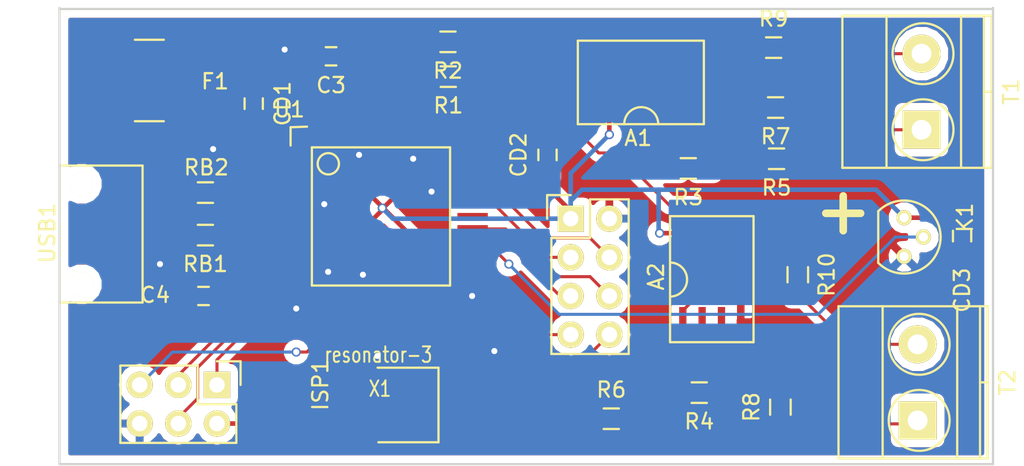
<source format=kicad_pcb>
(kicad_pcb (version 4) (host pcbnew 4.0.2+dfsg1-2~bpo8+1-stable)

  (general
    (links 76)
    (no_connects 0)
    (area 122.225999 91.237999 183.717001 121.360001)
    (thickness 1.6)
    (drawings 7)
    (tracks 244)
    (zones 0)
    (modules 30)
    (nets 37)
  )

  (page USLetter)
  (title_block
    (title "USB Thermometer")
    (company MD)
  )

  (layers
    (0 F.Cu signal)
    (31 B.Cu signal)
    (33 F.Adhes user)
    (35 F.Paste user)
    (36 B.SilkS user)
    (37 F.SilkS user)
    (39 F.Mask user)
    (40 Dwgs.User user)
    (41 Cmts.User user)
    (42 Eco1.User user)
    (43 Eco2.User user)
    (44 Edge.Cuts user)
    (45 Margin user)
    (47 F.CrtYd user)
    (49 F.Fab user)
  )

  (setup
    (last_trace_width 0.2)
    (user_trace_width 0.1524)
    (user_trace_width 0.3048)
    (user_trace_width 0.381)
    (trace_clearance 0.2)
    (zone_clearance 0.508)
    (zone_45_only no)
    (trace_min 0.1524)
    (segment_width 0.2)
    (edge_width 0.15)
    (via_size 0.6)
    (via_drill 0.4)
    (via_min_size 0.508)
    (via_min_drill 0.3302)
    (uvia_size 0.6)
    (uvia_drill 0.4)
    (uvias_allowed no)
    (uvia_min_size 0.508)
    (uvia_min_drill 0.3302)
    (pcb_text_width 0.3)
    (pcb_text_size 1.5 1.5)
    (mod_edge_width 0.15)
    (mod_text_size 1 1)
    (mod_text_width 0.15)
    (pad_size 1.524 1.524)
    (pad_drill 0.762)
    (pad_to_mask_clearance 0.2)
    (aux_axis_origin 0 0)
    (visible_elements FFFFFF7F)
    (pcbplotparams
      (layerselection 0x00030_80000001)
      (usegerberextensions false)
      (excludeedgelayer true)
      (linewidth 0.100000)
      (plotframeref false)
      (viasonmask false)
      (mode 1)
      (useauxorigin false)
      (hpglpennumber 1)
      (hpglpenspeed 20)
      (hpglpendiameter 15)
      (hpglpenoverlay 2)
      (psnegative false)
      (psa4output false)
      (plotreference true)
      (plotvalue true)
      (plotinvisibletext false)
      (padsonsilk false)
      (subtractmaskfromsilk false)
      (outputformat 1)
      (mirror false)
      (drillshape 1)
      (scaleselection 1)
      (outputdirectory ""))
  )

  (net 0 "")
  (net 1 /T1)
  (net 2 "Net-(A1-Pad3)")
  (net 3 GND)
  (net 4 +5V)
  (net 5 "Net-(A1-Pad6)")
  (net 6 /T2)
  (net 7 "Net-(A2-Pad3)")
  (net 8 "Net-(A2-Pad6)")
  (net 9 "Net-(C3-Pad1)")
  (net 10 "Net-(C4-Pad1)")
  (net 11 "Net-(F1-Pad2)")
  (net 12 /MISO)
  (net 13 /SCK)
  (net 14 /MOSI)
  (net 15 /RST)
  (net 16 /IO1)
  (net 17 /IO2)
  (net 18 /IO3)
  (net 19 /IO4)
  (net 20 /sMOSI)
  (net 21 /sMISO)
  (net 22 /U2+)
  (net 23 /U1+)
  (net 24 /U2-)
  (net 25 /U1-)
  (net 26 "Net-(K1-Pad2)")
  (net 27 "Net-(U1-Pad17)")
  (net 28 "Net-(U1-Pad16)")
  (net 29 "Net-(A1-Pad2)")
  (net 30 "Net-(A1-Pad1)")
  (net 31 "Net-(A2-Pad2)")
  (net 32 "Net-(A2-Pad1)")
  (net 33 "Net-(R7-Pad1)")
  (net 34 "Net-(R8-Pad1)")
  (net 35 "Net-(R9-Pad2)")
  (net 36 "Net-(R10-Pad2)")

  (net_class Default "This is the default net class."
    (clearance 0.2)
    (trace_width 0.2)
    (via_dia 0.6)
    (via_drill 0.4)
    (uvia_dia 0.6)
    (uvia_drill 0.4)
    (add_net /IO1)
    (add_net /IO2)
    (add_net /IO3)
    (add_net /IO4)
    (add_net /MISO)
    (add_net /MOSI)
    (add_net /RST)
    (add_net /SCK)
    (add_net /T1)
    (add_net /T2)
    (add_net /U1+)
    (add_net /U1-)
    (add_net /U2+)
    (add_net /U2-)
    (add_net /sMISO)
    (add_net /sMOSI)
    (add_net "Net-(A1-Pad1)")
    (add_net "Net-(A1-Pad2)")
    (add_net "Net-(A1-Pad3)")
    (add_net "Net-(A1-Pad6)")
    (add_net "Net-(A2-Pad1)")
    (add_net "Net-(A2-Pad2)")
    (add_net "Net-(A2-Pad3)")
    (add_net "Net-(A2-Pad6)")
    (add_net "Net-(C3-Pad1)")
    (add_net "Net-(C4-Pad1)")
    (add_net "Net-(F1-Pad2)")
    (add_net "Net-(K1-Pad2)")
    (add_net "Net-(R10-Pad2)")
    (add_net "Net-(R7-Pad1)")
    (add_net "Net-(R8-Pad1)")
    (add_net "Net-(R9-Pad2)")
    (add_net "Net-(U1-Pad16)")
    (add_net "Net-(U1-Pad17)")
  )

  (net_class Ground ""
    (clearance 0.2)
    (trace_width 0.2)
    (via_dia 0.6)
    (via_drill 0.4)
    (uvia_dia 0.6)
    (uvia_drill 0.4)
    (add_net GND)
  )

  (net_class Power ""
    (clearance 0.2)
    (trace_width 0.3)
    (via_dia 0.6)
    (via_drill 0.4)
    (uvia_dia 0.6)
    (uvia_drill 0.4)
    (add_net +5V)
  )

  (module Capacitors_SMD:C_0603_HandSoldering (layer F.Cu) (tedit 541A9B4D) (tstamp 58253919)
    (at 140.147 94.488 180)
    (descr "Capacitor SMD 0603, hand soldering")
    (tags "capacitor 0603")
    (path /58202034)
    (attr smd)
    (fp_text reference C3 (at 0 -1.9 180) (layer F.SilkS)
      (effects (font (size 1 1) (thickness 0.15)))
    )
    (fp_text value 1u (at 0 1.9 180) (layer F.Fab)
      (effects (font (size 1 1) (thickness 0.15)))
    )
    (fp_line (start -1.85 -0.75) (end 1.85 -0.75) (layer F.CrtYd) (width 0.05))
    (fp_line (start -1.85 0.75) (end 1.85 0.75) (layer F.CrtYd) (width 0.05))
    (fp_line (start -1.85 -0.75) (end -1.85 0.75) (layer F.CrtYd) (width 0.05))
    (fp_line (start 1.85 -0.75) (end 1.85 0.75) (layer F.CrtYd) (width 0.05))
    (fp_line (start -0.35 -0.6) (end 0.35 -0.6) (layer F.SilkS) (width 0.15))
    (fp_line (start 0.35 0.6) (end -0.35 0.6) (layer F.SilkS) (width 0.15))
    (pad 1 smd rect (at -0.95 0 180) (size 1.2 0.75) (layers F.Cu F.Paste F.Mask)
      (net 9 "Net-(C3-Pad1)"))
    (pad 2 smd rect (at 0.95 0 180) (size 1.2 0.75) (layers F.Cu F.Paste F.Mask)
      (net 3 GND))
    (model Capacitors_SMD.3dshapes/C_0603_HandSoldering.wrl
      (at (xyz 0 0 0))
      (scale (xyz 1 1 1))
      (rotate (xyz 0 0 0))
    )
  )

  (module Capacitors_SMD:C_0603_HandSoldering (layer F.Cu) (tedit 541A9B4D) (tstamp 5825391F)
    (at 131.765 110.236 180)
    (descr "Capacitor SMD 0603, hand soldering")
    (tags "capacitor 0603")
    (path /581FA71F)
    (attr smd)
    (fp_text reference C4 (at 3.175 0.0635 180) (layer F.SilkS)
      (effects (font (size 1 1) (thickness 0.15)))
    )
    (fp_text value 1u (at -3.175 0 180) (layer F.Fab)
      (effects (font (size 1 1) (thickness 0.15)))
    )
    (fp_line (start -1.85 -0.75) (end 1.85 -0.75) (layer F.CrtYd) (width 0.05))
    (fp_line (start -1.85 0.75) (end 1.85 0.75) (layer F.CrtYd) (width 0.05))
    (fp_line (start -1.85 -0.75) (end -1.85 0.75) (layer F.CrtYd) (width 0.05))
    (fp_line (start 1.85 -0.75) (end 1.85 0.75) (layer F.CrtYd) (width 0.05))
    (fp_line (start -0.35 -0.6) (end 0.35 -0.6) (layer F.SilkS) (width 0.15))
    (fp_line (start 0.35 0.6) (end -0.35 0.6) (layer F.SilkS) (width 0.15))
    (pad 1 smd rect (at -0.95 0 180) (size 1.2 0.75) (layers F.Cu F.Paste F.Mask)
      (net 10 "Net-(C4-Pad1)"))
    (pad 2 smd rect (at 0.95 0 180) (size 1.2 0.75) (layers F.Cu F.Paste F.Mask)
      (net 3 GND))
    (model Capacitors_SMD.3dshapes/C_0603_HandSoldering.wrl
      (at (xyz 0 0 0))
      (scale (xyz 1 1 1))
      (rotate (xyz 0 0 0))
    )
  )

  (module Resistors_SMD:R_1218_HandSoldering (layer F.Cu) (tedit 5825300D) (tstamp 58253925)
    (at 128.2065 96.0755 180)
    (descr "Resistor SMD 1218, hand soldering")
    (tags "resistor 1218")
    (path /581FCEBE)
    (attr smd)
    (fp_text reference F1 (at -4.318 -0.0635 180) (layer F.SilkS)
      (effects (font (size 1 1) (thickness 0.15)))
    )
    (fp_text value 500m (at 0 3.9 180) (layer F.Fab) hide
      (effects (font (size 1 1) (thickness 0.15)))
    )
    (fp_line (start -3.25 -2.8) (end 3.25 -2.8) (layer F.CrtYd) (width 0.05))
    (fp_line (start -3.25 2.8) (end 3.25 2.8) (layer F.CrtYd) (width 0.05))
    (fp_line (start -3.25 -2.8) (end -3.25 2.8) (layer F.CrtYd) (width 0.05))
    (fp_line (start 3.25 -2.8) (end 3.25 2.8) (layer F.CrtYd) (width 0.05))
    (fp_line (start 0.95 2.675) (end -0.95 2.675) (layer F.SilkS) (width 0.15))
    (fp_line (start -0.95 -2.675) (end 0.95 -2.675) (layer F.SilkS) (width 0.15))
    (pad 1 smd rect (at -1.95 0 180) (size 2 4.9) (layers F.Cu F.Paste F.Mask)
      (net 4 +5V))
    (pad 2 smd rect (at 1.95 0 180) (size 2 4.9) (layers F.Cu F.Paste F.Mask)
      (net 11 "Net-(F1-Pad2)"))
    (model Resistors_SMD.3dshapes/R_1218_HandSoldering.wrl
      (at (xyz 0 0 0))
      (scale (xyz 1 1 1))
      (rotate (xyz 0 0 0))
    )
  )

  (module Pin_Headers:Pin_Header_Straight_2x03 (layer F.Cu) (tedit 54EA0A4B) (tstamp 5825392F)
    (at 132.6515 116.078 270)
    (descr "Through hole pin header")
    (tags "pin header")
    (path /581FC1BF)
    (fp_text reference ISP1 (at 0 -6.7945 270) (layer F.SilkS)
      (effects (font (size 1 1) (thickness 0.15)))
    )
    (fp_text value ISP (at -0.1905 -3.1115 270) (layer F.Fab)
      (effects (font (size 1 1) (thickness 0.15)))
    )
    (fp_line (start -1.27 1.27) (end -1.27 6.35) (layer F.SilkS) (width 0.15))
    (fp_line (start -1.55 -1.55) (end 0 -1.55) (layer F.SilkS) (width 0.15))
    (fp_line (start -1.75 -1.75) (end -1.75 6.85) (layer F.CrtYd) (width 0.05))
    (fp_line (start 4.3 -1.75) (end 4.3 6.85) (layer F.CrtYd) (width 0.05))
    (fp_line (start -1.75 -1.75) (end 4.3 -1.75) (layer F.CrtYd) (width 0.05))
    (fp_line (start -1.75 6.85) (end 4.3 6.85) (layer F.CrtYd) (width 0.05))
    (fp_line (start 1.27 -1.27) (end 1.27 1.27) (layer F.SilkS) (width 0.15))
    (fp_line (start 1.27 1.27) (end -1.27 1.27) (layer F.SilkS) (width 0.15))
    (fp_line (start -1.27 6.35) (end 3.81 6.35) (layer F.SilkS) (width 0.15))
    (fp_line (start 3.81 6.35) (end 3.81 1.27) (layer F.SilkS) (width 0.15))
    (fp_line (start -1.55 -1.55) (end -1.55 0) (layer F.SilkS) (width 0.15))
    (fp_line (start 3.81 -1.27) (end 1.27 -1.27) (layer F.SilkS) (width 0.15))
    (fp_line (start 3.81 1.27) (end 3.81 -1.27) (layer F.SilkS) (width 0.15))
    (pad 1 thru_hole rect (at 0 0 270) (size 1.7272 1.7272) (drill 1.016) (layers *.Cu *.Mask F.SilkS)
      (net 12 /MISO))
    (pad 2 thru_hole oval (at 2.54 0 270) (size 1.7272 1.7272) (drill 1.016) (layers *.Cu *.Mask F.SilkS)
      (net 4 +5V))
    (pad 3 thru_hole oval (at 0 2.54 270) (size 1.7272 1.7272) (drill 1.016) (layers *.Cu *.Mask F.SilkS)
      (net 13 /SCK))
    (pad 4 thru_hole oval (at 2.54 2.54 270) (size 1.7272 1.7272) (drill 1.016) (layers *.Cu *.Mask F.SilkS)
      (net 14 /MOSI))
    (pad 5 thru_hole oval (at 0 5.08 270) (size 1.7272 1.7272) (drill 1.016) (layers *.Cu *.Mask F.SilkS)
      (net 15 /RST))
    (pad 6 thru_hole oval (at 2.54 5.08 270) (size 1.7272 1.7272) (drill 1.016) (layers *.Cu *.Mask F.SilkS)
      (net 3 GND))
    (model Pin_Headers.3dshapes/Pin_Header_Straight_2x03.wrl
      (at (xyz 0.05 -0.1 0))
      (scale (xyz 1 1 1))
      (rotate (xyz 0 0 90))
    )
  )

  (module Resistors_SMD:R_0603_HandSoldering (layer F.Cu) (tedit 5418A00F) (tstamp 5825395F)
    (at 131.8895 106.2355 180)
    (descr "Resistor SMD 0603, hand soldering")
    (tags "resistor 0603")
    (path /581FA57E)
    (attr smd)
    (fp_text reference RB1 (at 0 -1.905 180) (layer F.SilkS)
      (effects (font (size 1 1) (thickness 0.15)))
    )
    (fp_text value 22 (at 2.6035 -1.905 180) (layer F.Fab)
      (effects (font (size 1 1) (thickness 0.15)))
    )
    (fp_line (start -2 -0.8) (end 2 -0.8) (layer F.CrtYd) (width 0.05))
    (fp_line (start -2 0.8) (end 2 0.8) (layer F.CrtYd) (width 0.05))
    (fp_line (start -2 -0.8) (end -2 0.8) (layer F.CrtYd) (width 0.05))
    (fp_line (start 2 -0.8) (end 2 0.8) (layer F.CrtYd) (width 0.05))
    (fp_line (start 0.5 0.675) (end -0.5 0.675) (layer F.SilkS) (width 0.15))
    (fp_line (start -0.5 -0.675) (end 0.5 -0.675) (layer F.SilkS) (width 0.15))
    (pad 1 smd rect (at -1.1 0 180) (size 1.2 0.9) (layers F.Cu F.Paste F.Mask)
      (net 22 /U2+))
    (pad 2 smd rect (at 1.1 0 180) (size 1.2 0.9) (layers F.Cu F.Paste F.Mask)
      (net 23 /U1+))
    (model Resistors_SMD.3dshapes/R_0603_HandSoldering.wrl
      (at (xyz 0 0 0))
      (scale (xyz 1 1 1))
      (rotate (xyz 0 0 0))
    )
  )

  (module Resistors_SMD:R_0603_HandSoldering (layer F.Cu) (tedit 5418A00F) (tstamp 58253965)
    (at 131.8895 103.4415 180)
    (descr "Resistor SMD 0603, hand soldering")
    (tags "resistor 0603")
    (path /581FA60A)
    (attr smd)
    (fp_text reference RB2 (at -0.0635 1.651 180) (layer F.SilkS)
      (effects (font (size 1 1) (thickness 0.15)))
    )
    (fp_text value 22 (at 2.413 1.651 180) (layer F.Fab)
      (effects (font (size 1 1) (thickness 0.15)))
    )
    (fp_line (start -2 -0.8) (end 2 -0.8) (layer F.CrtYd) (width 0.05))
    (fp_line (start -2 0.8) (end 2 0.8) (layer F.CrtYd) (width 0.05))
    (fp_line (start -2 -0.8) (end -2 0.8) (layer F.CrtYd) (width 0.05))
    (fp_line (start 2 -0.8) (end 2 0.8) (layer F.CrtYd) (width 0.05))
    (fp_line (start 0.5 0.675) (end -0.5 0.675) (layer F.SilkS) (width 0.15))
    (fp_line (start -0.5 -0.675) (end 0.5 -0.675) (layer F.SilkS) (width 0.15))
    (pad 1 smd rect (at -1.1 0 180) (size 1.2 0.9) (layers F.Cu F.Paste F.Mask)
      (net 24 /U2-))
    (pad 2 smd rect (at 1.1 0 180) (size 1.2 0.9) (layers F.Cu F.Paste F.Mask)
      (net 25 /U1-))
    (model Resistors_SMD.3dshapes/R_0603_HandSoldering.wrl
      (at (xyz 0 0 0))
      (scale (xyz 1 1 1))
      (rotate (xyz 0 0 0))
    )
  )

  (module local:TQFP44 (layer F.Cu) (tedit 582543B2) (tstamp 582539A8)
    (at 143.4465 105.029)
    (path /581FEB6F)
    (solder_mask_margin 0.1)
    (solder_paste_margin 0.1)
    (fp_text reference U1 (at -6.0325 -7.0485) (layer F.SilkS)
      (effects (font (size 1 1) (thickness 0.15)))
    )
    (fp_text value ATMEGA16U4-A (at 0 -0.5) (layer F.Fab) hide
      (effects (font (size 1 1) (thickness 0.15)))
    )
    (fp_line (start -5.96 -5.88) (end -4.88 -5.92) (layer F.SilkS) (width 0.15))
    (fp_line (start -5.96 -4.68) (end -5.96 -5.88) (layer F.SilkS) (width 0.15))
    (fp_circle (center -3.48 -3.48) (end -2.88 -3.12) (layer F.SilkS) (width 0.15))
    (fp_line (start -4.56 4.52) (end -4.56 -4.56) (layer F.SilkS) (width 0.15))
    (fp_line (start 4.52 4.52) (end -4.56 4.52) (layer F.SilkS) (width 0.15))
    (fp_line (start 4.52 -4.56) (end 4.52 4.52) (layer F.SilkS) (width 0.15))
    (fp_line (start -4.56 -4.56) (end 4.52 -4.56) (layer F.SilkS) (width 0.15))
    (pad 28 smd rect (at 6 0) (size 2 0.5) (layers F.Cu F.Paste F.Mask))
    (pad 29 smd rect (at 6 -0.8) (size 2 0.5) (layers F.Cu F.Paste F.Mask)
      (net 16 /IO1))
    (pad 30 smd rect (at 6 -1.6) (size 2 0.5) (layers F.Cu F.Paste F.Mask)
      (net 17 /IO2))
    (pad 31 smd rect (at 6 -2.4) (size 2 0.5) (layers F.Cu F.Paste F.Mask))
    (pad 33 smd rect (at 6 -4) (size 2 0.5) (layers F.Cu F.Paste F.Mask))
    (pad 32 smd rect (at 6 -3.2) (size 2 0.5) (layers F.Cu F.Paste F.Mask))
    (pad 26 smd rect (at 6 1.6) (size 2 0.5) (layers F.Cu F.Paste F.Mask)
      (net 18 /IO3))
    (pad 23 smd rect (at 6 4) (size 2 0.5) (layers F.Cu F.Paste F.Mask)
      (net 3 GND))
    (pad 24 smd rect (at 6 3.2) (size 2 0.5) (layers F.Cu F.Paste F.Mask)
      (net 4 +5V))
    (pad 25 smd rect (at 6 2.4) (size 2 0.5) (layers F.Cu F.Paste F.Mask)
      (net 26 "Net-(K1-Pad2)"))
    (pad 27 smd rect (at 6 0.8) (size 2 0.5) (layers F.Cu F.Paste F.Mask)
      (net 19 /IO4))
    (pad 8 smd rect (at -6 1.6) (size 2 0.5) (layers F.Cu F.Paste F.Mask))
    (pad 7 smd rect (at -6 0.8) (size 2 0.5) (layers F.Cu F.Paste F.Mask)
      (net 4 +5V))
    (pad 9 smd rect (at -6 2.4) (size 2 0.5) (layers F.Cu F.Paste F.Mask)
      (net 13 /SCK))
    (pad 10 smd rect (at -6 3.2) (size 2 0.5) (layers F.Cu F.Paste F.Mask)
      (net 14 /MOSI))
    (pad 11 smd rect (at -6 4) (size 2 0.5) (layers F.Cu F.Paste F.Mask)
      (net 12 /MISO))
    (pad 5 smd rect (at -6 -0.8) (size 2 0.5) (layers F.Cu F.Paste F.Mask)
      (net 3 GND))
    (pad 2 smd rect (at -6 -3.2) (size 2 0.5) (layers F.Cu F.Paste F.Mask)
      (net 4 +5V))
    (pad 4 smd rect (at -6 -1.6) (size 2 0.5) (layers F.Cu F.Paste F.Mask)
      (net 22 /U2+))
    (pad 3 smd rect (at -6 -2.4) (size 2 0.5) (layers F.Cu F.Paste F.Mask)
      (net 24 /U2-))
    (pad 6 smd rect (at -6 0) (size 2 0.5) (layers F.Cu F.Paste F.Mask)
      (net 10 "Net-(C4-Pad1)"))
    (pad 1 smd rect (at -6 -4) (size 2 0.5) (layers F.Cu F.Paste F.Mask))
    (pad 34 smd rect (at 4 -6) (size 0.5 2) (layers F.Cu F.Paste F.Mask)
      (net 4 +5V))
    (pad 35 smd rect (at 3.2 -6) (size 0.5 2) (layers F.Cu F.Paste F.Mask)
      (net 3 GND))
    (pad 36 smd rect (at 2.4 -6) (size 0.5 2) (layers F.Cu F.Paste F.Mask))
    (pad 37 smd rect (at 1.6 -6) (size 0.5 2) (layers F.Cu F.Paste F.Mask))
    (pad 38 smd rect (at 0.8 -6) (size 0.5 2) (layers F.Cu F.Paste F.Mask))
    (pad 39 smd rect (at 0 -6) (size 0.5 2) (layers F.Cu F.Paste F.Mask))
    (pad 43 smd rect (at -3.2 -6) (size 0.5 2) (layers F.Cu F.Paste F.Mask)
      (net 3 GND))
    (pad 42 smd rect (at -2.4 -6) (size 0.5 2) (layers F.Cu F.Paste F.Mask)
      (net 9 "Net-(C3-Pad1)"))
    (pad 41 smd rect (at -1.6 -6) (size 0.5 2) (layers F.Cu F.Paste F.Mask)
      (net 6 /T2))
    (pad 44 smd rect (at -4 -6) (size 0.5 2) (layers F.Cu F.Paste F.Mask)
      (net 4 +5V))
    (pad 40 smd rect (at -0.8 -6) (size 0.5 2) (layers F.Cu F.Paste F.Mask)
      (net 1 /T1))
    (pad 13 smd rect (at -3.2 6) (size 0.5 2) (layers F.Cu F.Paste F.Mask)
      (net 15 /RST))
    (pad 12 smd rect (at -4 6) (size 0.5 2) (layers F.Cu F.Paste F.Mask))
    (pad 15 smd rect (at -1.6 6) (size 0.5 2) (layers F.Cu F.Paste F.Mask)
      (net 3 GND))
    (pad 18 smd rect (at 0.8 6) (size 0.5 2) (layers F.Cu F.Paste F.Mask))
    (pad 17 smd rect (at 0 6) (size 0.5 2) (layers F.Cu F.Paste F.Mask)
      (net 27 "Net-(U1-Pad17)"))
    (pad 14 smd rect (at -2.4 6) (size 0.5 2) (layers F.Cu F.Paste F.Mask)
      (net 4 +5V))
    (pad 16 smd rect (at -0.8 6) (size 0.5 2) (layers F.Cu F.Paste F.Mask)
      (net 28 "Net-(U1-Pad16)"))
    (pad 20 smd rect (at 2.4 6) (size 0.5 2) (layers F.Cu F.Paste F.Mask)
      (net 20 /sMOSI))
    (pad 21 smd rect (at 3.2 6) (size 0.5 2) (layers F.Cu F.Paste F.Mask)
      (net 21 /sMISO))
    (pad 22 smd rect (at 4 6) (size 0.5 2) (layers F.Cu F.Paste F.Mask))
    (pad 19 smd rect (at 1.6 6) (size 0.5 2) (layers F.Cu F.Paste F.Mask))
  )

  (module local:USB_B_micro (layer F.Cu) (tedit 58252DEB) (tstamp 582539BB)
    (at 123.7615 106.1655 270)
    (path /581FA4D5)
    (fp_text reference USB1 (at -0.06 2.26 270) (layer F.SilkS)
      (effects (font (size 1 1) (thickness 0.15)))
    )
    (fp_text value USB_B (at -0.08 4.52 270) (layer F.Fab)
      (effects (font (size 1 1) (thickness 0.15)))
    )
    (fp_line (start -4.5 1.45) (end -4.5 -4) (layer F.SilkS) (width 0.15))
    (fp_line (start 4.5 1.45) (end -4.5 1.45) (layer F.SilkS) (width 0.15))
    (fp_line (start 4.5 -4) (end 4.5 1.45) (layer F.SilkS) (width 0.15))
    (fp_line (start -4.5 -4) (end 4.5 -4) (layer F.SilkS) (width 0.15))
    (pad 3 smd rect (at 0 -2.675 270) (size 0.4 1.35) (layers F.Cu F.Paste F.Mask)
      (net 23 /U1+))
    (pad 2 smd rect (at -0.65 -2.675 270) (size 0.4 1.35) (layers F.Cu F.Paste F.Mask)
      (net 25 /U1-))
    (pad 4 smd rect (at 0.65 -2.675 270) (size 0.4 1.35) (layers F.Cu F.Paste F.Mask))
    (pad 1 smd rect (at -1.3 -2.675 270) (size 0.4 1.35) (layers F.Cu F.Paste F.Mask)
      (net 11 "Net-(F1-Pad2)"))
    (pad 5 smd rect (at 1.3 -2.675 270) (size 0.4 1.35) (layers F.Cu F.Paste F.Mask)
      (net 3 GND))
    (pad "" smd rect (at -3.3 -2.45 270) (size 1.4 1.4) (layers F.Cu F.Paste F.Mask))
    (pad "" smd rect (at 3.31 -2.46 270) (size 1.4 1.4) (layers F.Cu F.Paste F.Mask))
    (pad "" smd rect (at -1.2 0 270) (size 1.6 1.6) (layers F.Cu F.Paste F.Mask))
    (pad "" smd rect (at 1.21 0 270) (size 1.6 1.6) (layers F.Cu F.Paste F.Mask))
    (pad "" np_thru_hole circle (at -3.3 0 270) (size 1.6 1.6) (drill 1.6) (layers *.Cu *.Mask F.SilkS))
    (pad "" np_thru_hole circle (at 3.3 0 270) (size 1.6 1.6) (drill 1.6) (layers *.Cu *.Mask F.SilkS))
  )

  (module local:resonator-3 (layer F.Cu) (tedit 0) (tstamp 58253FFD)
    (at 143.256 117.348 180)
    (path /58254562)
    (fp_text reference X1 (at -0.1016 1.016 180) (layer F.SilkS)
      (effects (font (size 1.016 0.762) (thickness 0.127)))
    )
    (fp_text value resonator-3 (at 0 3.25 180) (layer F.SilkS)
      (effects (font (size 1.016 0.762) (thickness 0.127)))
    )
    (fp_line (start -3.95 2.4) (end 0.05 2.4) (layer F.SilkS) (width 0.15))
    (fp_line (start -3.95 -2.5) (end -3.95 2.4) (layer F.SilkS) (width 0.15))
    (fp_line (start 0 -2.5) (end -3.95 -2.5) (layer F.SilkS) (width 0.15))
    (pad 1 smd rect (at -2.500122 0 90) (size 4.000246 1.700022) (layers F.Cu F.Paste F.Mask)
      (net 27 "Net-(U1-Pad17)") (solder_mask_margin 0.127) (clearance 0.254))
    (pad 2 smd rect (at 0 0 90) (size 3.999992 1.500124) (layers F.Cu F.Paste F.Mask)
      (net 3 GND) (solder_mask_margin 0.127) (clearance 0.254))
    (pad 3 smd rect (at 2.500122 0 90) (size 4.000246 1.700022) (layers F.Cu F.Paste F.Mask)
      (net 28 "Net-(U1-Pad16)") (solder_mask_margin 0.127) (clearance 0.254))
  )

  (module TO_SOT_Packages_THT:TO-92_Molded_Narrow (layer F.Cu) (tedit 54F242E1) (tstamp 58254524)
    (at 177.8 105.0925 270)
    (descr "TO-92 leads molded, narrow, drill 0.6mm (see NXP sot054_po.pdf)")
    (tags "to-92 sc-43 sc-43a sot54 PA33 transistor")
    (path /58204CD4)
    (fp_text reference K1 (at 0 -4 270) (layer F.SilkS)
      (effects (font (size 1 1) (thickness 0.15)))
    )
    (fp_text value XLR3 (at 0 3 270) (layer F.Fab)
      (effects (font (size 1 1) (thickness 0.15)))
    )
    (fp_line (start -1.4 1.95) (end -1.4 -2.65) (layer F.CrtYd) (width 0.05))
    (fp_line (start -1.4 1.95) (end 3.9 1.95) (layer F.CrtYd) (width 0.05))
    (fp_line (start -0.43 1.7) (end 2.97 1.7) (layer F.SilkS) (width 0.15))
    (fp_arc (start 1.27 0) (end 1.27 -2.4) (angle -135) (layer F.SilkS) (width 0.15))
    (fp_arc (start 1.27 0) (end 1.27 -2.4) (angle 135) (layer F.SilkS) (width 0.15))
    (fp_line (start -1.4 -2.65) (end 3.9 -2.65) (layer F.CrtYd) (width 0.05))
    (fp_line (start 3.9 1.95) (end 3.9 -2.65) (layer F.CrtYd) (width 0.05))
    (pad 2 thru_hole circle (at 1.27 -1.27) (size 1.00076 1.00076) (drill 0.6) (layers *.Cu *.Mask F.SilkS)
      (net 26 "Net-(K1-Pad2)"))
    (pad 3 thru_hole circle (at 2.54 0) (size 1.00076 1.00076) (drill 0.6) (layers *.Cu *.Mask F.SilkS)
      (net 3 GND))
    (pad 1 thru_hole circle (at 0 0) (size 1.00076 1.00076) (drill 0.6) (layers *.Cu *.Mask F.SilkS)
      (net 4 +5V))
    (model TO_SOT_Packages_THT.3dshapes/TO-92_Molded_Narrow.wrl
      (at (xyz 0.05 0 0))
      (scale (xyz 1 1 1))
      (rotate (xyz 0 0 -90))
    )
  )

  (module Pin_Headers:Pin_Header_Straight_2x04 (layer F.Cu) (tedit 5826620D) (tstamp 58266100)
    (at 155.8925 105.156)
    (descr "Through hole pin header")
    (tags "pin header")
    (path /58268126)
    (fp_text reference P1 (at 2.921 -2.667) (layer F.SilkS) hide
      (effects (font (size 1 1) (thickness 0.15)))
    )
    (fp_text value I/O (at 0.9525 -2.9845) (layer F.Fab)
      (effects (font (size 1 1) (thickness 0.15)))
    )
    (fp_line (start -1.75 -1.75) (end -1.75 9.4) (layer F.CrtYd) (width 0.05))
    (fp_line (start 4.3 -1.75) (end 4.3 9.4) (layer F.CrtYd) (width 0.05))
    (fp_line (start -1.75 -1.75) (end 4.3 -1.75) (layer F.CrtYd) (width 0.05))
    (fp_line (start -1.75 9.4) (end 4.3 9.4) (layer F.CrtYd) (width 0.05))
    (fp_line (start -1.27 1.27) (end -1.27 8.89) (layer F.SilkS) (width 0.15))
    (fp_line (start -1.27 8.89) (end 3.81 8.89) (layer F.SilkS) (width 0.15))
    (fp_line (start 3.81 8.89) (end 3.81 -1.27) (layer F.SilkS) (width 0.15))
    (fp_line (start 3.81 -1.27) (end 1.27 -1.27) (layer F.SilkS) (width 0.15))
    (fp_line (start 0 -1.55) (end -1.55 -1.55) (layer F.SilkS) (width 0.15))
    (fp_line (start 1.27 -1.27) (end 1.27 1.27) (layer F.SilkS) (width 0.15))
    (fp_line (start 1.27 1.27) (end -1.27 1.27) (layer F.SilkS) (width 0.15))
    (fp_line (start -1.55 -1.55) (end -1.55 0) (layer F.SilkS) (width 0.15))
    (pad 1 thru_hole rect (at 0 0) (size 1.7272 1.7272) (drill 1.016) (layers *.Cu *.Mask F.SilkS)
      (net 4 +5V))
    (pad 2 thru_hole oval (at 2.54 0) (size 1.7272 1.7272) (drill 1.016) (layers *.Cu *.Mask F.SilkS)
      (net 3 GND))
    (pad 3 thru_hole oval (at 0 2.54) (size 1.7272 1.7272) (drill 1.016) (layers *.Cu *.Mask F.SilkS)
      (net 16 /IO1))
    (pad 4 thru_hole oval (at 2.54 2.54) (size 1.7272 1.7272) (drill 1.016) (layers *.Cu *.Mask F.SilkS)
      (net 17 /IO2))
    (pad 5 thru_hole oval (at 0 5.08) (size 1.7272 1.7272) (drill 1.016) (layers *.Cu *.Mask F.SilkS)
      (net 18 /IO3))
    (pad 6 thru_hole oval (at 2.54 5.08) (size 1.7272 1.7272) (drill 1.016) (layers *.Cu *.Mask F.SilkS)
      (net 19 /IO4))
    (pad 7 thru_hole oval (at 0 7.62) (size 1.7272 1.7272) (drill 1.016) (layers *.Cu *.Mask F.SilkS)
      (net 21 /sMISO))
    (pad 8 thru_hole oval (at 2.54 7.62) (size 1.7272 1.7272) (drill 1.016) (layers *.Cu *.Mask F.SilkS)
      (net 20 /sMOSI))
    (model Pin_Headers.3dshapes/Pin_Header_Straight_2x04.wrl
      (at (xyz 0.05 -0.15 0))
      (scale (xyz 1 1 1))
      (rotate (xyz 0 0 90))
    )
  )

  (module Capacitors_SMD:C_0603_HandSoldering (layer F.Cu) (tedit 541A9B4D) (tstamp 58266A36)
    (at 135.0645 97.597 270)
    (descr "Capacitor SMD 0603, hand soldering")
    (tags "capacitor 0603")
    (path /5826A3A8)
    (attr smd)
    (fp_text reference CD1 (at 0 -1.9 270) (layer F.SilkS)
      (effects (font (size 1 1) (thickness 0.15)))
    )
    (fp_text value 100n (at 0 1.9 270) (layer F.Fab)
      (effects (font (size 1 1) (thickness 0.15)))
    )
    (fp_line (start -1.85 -0.75) (end 1.85 -0.75) (layer F.CrtYd) (width 0.05))
    (fp_line (start -1.85 0.75) (end 1.85 0.75) (layer F.CrtYd) (width 0.05))
    (fp_line (start -1.85 -0.75) (end -1.85 0.75) (layer F.CrtYd) (width 0.05))
    (fp_line (start 1.85 -0.75) (end 1.85 0.75) (layer F.CrtYd) (width 0.05))
    (fp_line (start -0.35 -0.6) (end 0.35 -0.6) (layer F.SilkS) (width 0.15))
    (fp_line (start 0.35 0.6) (end -0.35 0.6) (layer F.SilkS) (width 0.15))
    (pad 1 smd rect (at -0.95 0 270) (size 1.2 0.75) (layers F.Cu F.Paste F.Mask)
      (net 4 +5V))
    (pad 2 smd rect (at 0.95 0 270) (size 1.2 0.75) (layers F.Cu F.Paste F.Mask)
      (net 3 GND))
    (model Capacitors_SMD.3dshapes/C_0603_HandSoldering.wrl
      (at (xyz 0 0 0))
      (scale (xyz 1 1 1))
      (rotate (xyz 0 0 0))
    )
  )

  (module Capacitors_SMD:C_0603_HandSoldering (layer F.Cu) (tedit 541A9B4D) (tstamp 58266A3C)
    (at 154.3685 100.965 90)
    (descr "Capacitor SMD 0603, hand soldering")
    (tags "capacitor 0603")
    (path /5826B358)
    (attr smd)
    (fp_text reference CD2 (at 0 -1.9 90) (layer F.SilkS)
      (effects (font (size 1 1) (thickness 0.15)))
    )
    (fp_text value 100n (at 0 1.9 90) (layer F.Fab)
      (effects (font (size 1 1) (thickness 0.15)))
    )
    (fp_line (start -1.85 -0.75) (end 1.85 -0.75) (layer F.CrtYd) (width 0.05))
    (fp_line (start -1.85 0.75) (end 1.85 0.75) (layer F.CrtYd) (width 0.05))
    (fp_line (start -1.85 -0.75) (end -1.85 0.75) (layer F.CrtYd) (width 0.05))
    (fp_line (start 1.85 -0.75) (end 1.85 0.75) (layer F.CrtYd) (width 0.05))
    (fp_line (start -0.35 -0.6) (end 0.35 -0.6) (layer F.SilkS) (width 0.15))
    (fp_line (start 0.35 0.6) (end -0.35 0.6) (layer F.SilkS) (width 0.15))
    (pad 1 smd rect (at -0.95 0 90) (size 1.2 0.75) (layers F.Cu F.Paste F.Mask)
      (net 4 +5V))
    (pad 2 smd rect (at 0.95 0 90) (size 1.2 0.75) (layers F.Cu F.Paste F.Mask)
      (net 3 GND))
    (model Capacitors_SMD.3dshapes/C_0603_HandSoldering.wrl
      (at (xyz 0 0 0))
      (scale (xyz 1 1 1))
      (rotate (xyz 0 0 0))
    )
  )

  (module Capacitors_SMD:C_0603_HandSoldering (layer F.Cu) (tedit 541A9B4D) (tstamp 58266A42)
    (at 181.61 106.299 270)
    (descr "Capacitor SMD 0603, hand soldering")
    (tags "capacitor 0603")
    (path /5826B3AC)
    (attr smd)
    (fp_text reference CD3 (at 3.5585 0 270) (layer F.SilkS)
      (effects (font (size 1 1) (thickness 0.15)))
    )
    (fp_text value 100n (at 0 1.9 270) (layer F.Fab)
      (effects (font (size 1 1) (thickness 0.15)))
    )
    (fp_line (start -1.85 -0.75) (end 1.85 -0.75) (layer F.CrtYd) (width 0.05))
    (fp_line (start -1.85 0.75) (end 1.85 0.75) (layer F.CrtYd) (width 0.05))
    (fp_line (start -1.85 -0.75) (end -1.85 0.75) (layer F.CrtYd) (width 0.05))
    (fp_line (start 1.85 -0.75) (end 1.85 0.75) (layer F.CrtYd) (width 0.05))
    (fp_line (start -0.35 -0.6) (end 0.35 -0.6) (layer F.SilkS) (width 0.15))
    (fp_line (start 0.35 0.6) (end -0.35 0.6) (layer F.SilkS) (width 0.15))
    (pad 1 smd rect (at -0.95 0 270) (size 1.2 0.75) (layers F.Cu F.Paste F.Mask)
      (net 4 +5V))
    (pad 2 smd rect (at 0.95 0 270) (size 1.2 0.75) (layers F.Cu F.Paste F.Mask)
      (net 3 GND))
    (model Capacitors_SMD.3dshapes/C_0603_HandSoldering.wrl
      (at (xyz 0 0 0))
      (scale (xyz 1 1 1))
      (rotate (xyz 0 0 0))
    )
  )

  (module local:SO8_6mm (layer F.Cu) (tedit 582520E6) (tstamp 582BA964)
    (at 160.528 96.2025 90)
    (path /582BAB1C)
    (fp_text reference A1 (at -3.6576 -0.2032 180) (layer F.SilkS)
      (effects (font (size 1 1) (thickness 0.15)))
    )
    (fp_text value LM358 (at 0.1524 -5.4864 90) (layer F.Fab)
      (effects (font (size 1 1) (thickness 0.15)))
    )
    (fp_arc (start -2.7432 0) (end -2.7432 -1.1176) (angle 176.1859252) (layer F.SilkS) (width 0.15))
    (fp_line (start -2.7432 4.1148) (end -2.7432 -4.1656) (layer F.SilkS) (width 0.15))
    (fp_line (start 2.7432 4.1148) (end -2.7432 4.1148) (layer F.SilkS) (width 0.15))
    (fp_line (start 2.7432 -4.1656) (end 2.7432 4.1148) (layer F.SilkS) (width 0.15))
    (fp_line (start -2.7432 -4.1656) (end 2.7432 -4.1656) (layer F.SilkS) (width 0.15))
    (pad 2 smd rect (at -0.635 2.8 90) (size 0.48 2) (layers F.Cu F.Paste F.Mask)
      (net 29 "Net-(A1-Pad2)"))
    (pad 3 smd rect (at 0.635 2.8 90) (size 0.48 2) (layers F.Cu F.Paste F.Mask)
      (net 2 "Net-(A1-Pad3)"))
    (pad 1 smd rect (at -1.905 2.8 90) (size 0.48 2) (layers F.Cu F.Paste F.Mask)
      (net 30 "Net-(A1-Pad1)"))
    (pad 4 smd rect (at 1.905 2.8 90) (size 0.48 2) (layers F.Cu F.Paste F.Mask)
      (net 3 GND))
    (pad 8 smd rect (at -1.905 -2.8 90) (size 0.48 2) (layers F.Cu F.Paste F.Mask)
      (net 4 +5V))
    (pad 7 smd rect (at -0.635 -2.8 90) (size 0.48 2) (layers F.Cu F.Paste F.Mask)
      (net 5 "Net-(A1-Pad6)"))
    (pad 6 smd rect (at 0.635 -2.8 90) (size 0.48 2) (layers F.Cu F.Paste F.Mask)
      (net 5 "Net-(A1-Pad6)"))
    (pad 5 smd rect (at 1.905 -2.8 90) (size 0.48 2) (layers F.Cu F.Paste F.Mask)
      (net 30 "Net-(A1-Pad1)"))
  )

  (module local:SO8_6mm (layer F.Cu) (tedit 582520E6) (tstamp 582BA970)
    (at 165.1635 109.1565)
    (path /582BD5E7)
    (fp_text reference A2 (at -3.6576 -0.2032 90) (layer F.SilkS)
      (effects (font (size 1 1) (thickness 0.15)))
    )
    (fp_text value LM358 (at 0.1524 -5.4864) (layer F.Fab)
      (effects (font (size 1 1) (thickness 0.15)))
    )
    (fp_arc (start -2.7432 0) (end -2.7432 -1.1176) (angle 176.1859252) (layer F.SilkS) (width 0.15))
    (fp_line (start -2.7432 4.1148) (end -2.7432 -4.1656) (layer F.SilkS) (width 0.15))
    (fp_line (start 2.7432 4.1148) (end -2.7432 4.1148) (layer F.SilkS) (width 0.15))
    (fp_line (start 2.7432 -4.1656) (end 2.7432 4.1148) (layer F.SilkS) (width 0.15))
    (fp_line (start -2.7432 -4.1656) (end 2.7432 -4.1656) (layer F.SilkS) (width 0.15))
    (pad 2 smd rect (at -0.635 2.8) (size 0.48 2) (layers F.Cu F.Paste F.Mask)
      (net 31 "Net-(A2-Pad2)"))
    (pad 3 smd rect (at 0.635 2.8) (size 0.48 2) (layers F.Cu F.Paste F.Mask)
      (net 7 "Net-(A2-Pad3)"))
    (pad 1 smd rect (at -1.905 2.8) (size 0.48 2) (layers F.Cu F.Paste F.Mask)
      (net 32 "Net-(A2-Pad1)"))
    (pad 4 smd rect (at 1.905 2.8) (size 0.48 2) (layers F.Cu F.Paste F.Mask)
      (net 3 GND))
    (pad 8 smd rect (at -1.905 -2.8) (size 0.48 2) (layers F.Cu F.Paste F.Mask)
      (net 4 +5V))
    (pad 7 smd rect (at -0.635 -2.8) (size 0.48 2) (layers F.Cu F.Paste F.Mask)
      (net 8 "Net-(A2-Pad6)"))
    (pad 6 smd rect (at 0.635 -2.8) (size 0.48 2) (layers F.Cu F.Paste F.Mask)
      (net 8 "Net-(A2-Pad6)"))
    (pad 5 smd rect (at 1.905 -2.8) (size 0.48 2) (layers F.Cu F.Paste F.Mask)
      (net 32 "Net-(A2-Pad1)"))
  )

  (module Resistors_SMD:R_0603_HandSoldering (layer F.Cu) (tedit 5418A00F) (tstamp 582BA976)
    (at 147.8485 95.8215 180)
    (descr "Resistor SMD 0603, hand soldering")
    (tags "resistor 0603")
    (path /582BC9AD)
    (attr smd)
    (fp_text reference R1 (at 0 -1.9 180) (layer F.SilkS)
      (effects (font (size 1 1) (thickness 0.15)))
    )
    (fp_text value 0 (at 0 1.9 180) (layer F.Fab)
      (effects (font (size 1 1) (thickness 0.15)))
    )
    (fp_line (start -2 -0.8) (end 2 -0.8) (layer F.CrtYd) (width 0.05))
    (fp_line (start -2 0.8) (end 2 0.8) (layer F.CrtYd) (width 0.05))
    (fp_line (start -2 -0.8) (end -2 0.8) (layer F.CrtYd) (width 0.05))
    (fp_line (start 2 -0.8) (end 2 0.8) (layer F.CrtYd) (width 0.05))
    (fp_line (start 0.5 0.675) (end -0.5 0.675) (layer F.SilkS) (width 0.15))
    (fp_line (start -0.5 -0.675) (end 0.5 -0.675) (layer F.SilkS) (width 0.15))
    (pad 1 smd rect (at -1.1 0 180) (size 1.2 0.9) (layers F.Cu F.Paste F.Mask)
      (net 8 "Net-(A2-Pad6)"))
    (pad 2 smd rect (at 1.1 0 180) (size 1.2 0.9) (layers F.Cu F.Paste F.Mask)
      (net 1 /T1))
    (model Resistors_SMD.3dshapes/R_0603_HandSoldering.wrl
      (at (xyz 0 0 0))
      (scale (xyz 1 1 1))
      (rotate (xyz 0 0 0))
    )
  )

  (module Resistors_SMD:R_0603_HandSoldering (layer F.Cu) (tedit 5418A00F) (tstamp 582BA97C)
    (at 147.828 93.5355 180)
    (descr "Resistor SMD 0603, hand soldering")
    (tags "resistor 0603")
    (path /582BD63D)
    (attr smd)
    (fp_text reference R2 (at 0 -1.9 180) (layer F.SilkS)
      (effects (font (size 1 1) (thickness 0.15)))
    )
    (fp_text value 0 (at 0 1.9 180) (layer F.Fab)
      (effects (font (size 1 1) (thickness 0.15)))
    )
    (fp_line (start -2 -0.8) (end 2 -0.8) (layer F.CrtYd) (width 0.05))
    (fp_line (start -2 0.8) (end 2 0.8) (layer F.CrtYd) (width 0.05))
    (fp_line (start -2 -0.8) (end -2 0.8) (layer F.CrtYd) (width 0.05))
    (fp_line (start 2 -0.8) (end 2 0.8) (layer F.CrtYd) (width 0.05))
    (fp_line (start 0.5 0.675) (end -0.5 0.675) (layer F.SilkS) (width 0.15))
    (fp_line (start -0.5 -0.675) (end 0.5 -0.675) (layer F.SilkS) (width 0.15))
    (pad 1 smd rect (at -1.1 0 180) (size 1.2 0.9) (layers F.Cu F.Paste F.Mask)
      (net 5 "Net-(A1-Pad6)"))
    (pad 2 smd rect (at 1.1 0 180) (size 1.2 0.9) (layers F.Cu F.Paste F.Mask)
      (net 6 /T2))
    (model Resistors_SMD.3dshapes/R_0603_HandSoldering.wrl
      (at (xyz 0 0 0))
      (scale (xyz 1 1 1))
      (rotate (xyz 0 0 0))
    )
  )

  (module Resistors_SMD:R_0603_HandSoldering (layer F.Cu) (tedit 5418A00F) (tstamp 582BA982)
    (at 163.619 101.854 180)
    (descr "Resistor SMD 0603, hand soldering")
    (tags "resistor 0603")
    (path /582BB357)
    (attr smd)
    (fp_text reference R3 (at 0 -1.9 180) (layer F.SilkS)
      (effects (font (size 1 1) (thickness 0.15)))
    )
    (fp_text value 1k (at 0 1.9 180) (layer F.Fab)
      (effects (font (size 1 1) (thickness 0.15)))
    )
    (fp_line (start -2 -0.8) (end 2 -0.8) (layer F.CrtYd) (width 0.05))
    (fp_line (start -2 0.8) (end 2 0.8) (layer F.CrtYd) (width 0.05))
    (fp_line (start -2 -0.8) (end -2 0.8) (layer F.CrtYd) (width 0.05))
    (fp_line (start 2 -0.8) (end 2 0.8) (layer F.CrtYd) (width 0.05))
    (fp_line (start 0.5 0.675) (end -0.5 0.675) (layer F.SilkS) (width 0.15))
    (fp_line (start -0.5 -0.675) (end 0.5 -0.675) (layer F.SilkS) (width 0.15))
    (pad 1 smd rect (at -1.1 0 180) (size 1.2 0.9) (layers F.Cu F.Paste F.Mask)
      (net 29 "Net-(A1-Pad2)"))
    (pad 2 smd rect (at 1.1 0 180) (size 1.2 0.9) (layers F.Cu F.Paste F.Mask)
      (net 30 "Net-(A1-Pad1)"))
    (model Resistors_SMD.3dshapes/R_0603_HandSoldering.wrl
      (at (xyz 0 0 0))
      (scale (xyz 1 1 1))
      (rotate (xyz 0 0 0))
    )
  )

  (module Resistors_SMD:R_0603_HandSoldering (layer F.Cu) (tedit 5418A00F) (tstamp 582BA988)
    (at 164.338 116.586 180)
    (descr "Resistor SMD 0603, hand soldering")
    (tags "resistor 0603")
    (path /582BD617)
    (attr smd)
    (fp_text reference R4 (at 0 -1.9 180) (layer F.SilkS)
      (effects (font (size 1 1) (thickness 0.15)))
    )
    (fp_text value 1k (at 0 1.9 180) (layer F.Fab)
      (effects (font (size 1 1) (thickness 0.15)))
    )
    (fp_line (start -2 -0.8) (end 2 -0.8) (layer F.CrtYd) (width 0.05))
    (fp_line (start -2 0.8) (end 2 0.8) (layer F.CrtYd) (width 0.05))
    (fp_line (start -2 -0.8) (end -2 0.8) (layer F.CrtYd) (width 0.05))
    (fp_line (start 2 -0.8) (end 2 0.8) (layer F.CrtYd) (width 0.05))
    (fp_line (start 0.5 0.675) (end -0.5 0.675) (layer F.SilkS) (width 0.15))
    (fp_line (start -0.5 -0.675) (end 0.5 -0.675) (layer F.SilkS) (width 0.15))
    (pad 1 smd rect (at -1.1 0 180) (size 1.2 0.9) (layers F.Cu F.Paste F.Mask)
      (net 31 "Net-(A2-Pad2)"))
    (pad 2 smd rect (at 1.1 0 180) (size 1.2 0.9) (layers F.Cu F.Paste F.Mask)
      (net 32 "Net-(A2-Pad1)"))
    (model Resistors_SMD.3dshapes/R_0603_HandSoldering.wrl
      (at (xyz 0 0 0))
      (scale (xyz 1 1 1))
      (rotate (xyz 0 0 0))
    )
  )

  (module Resistors_SMD:R_0603_HandSoldering (layer F.Cu) (tedit 5418A00F) (tstamp 582BA98E)
    (at 169.418 101.219 180)
    (descr "Resistor SMD 0603, hand soldering")
    (tags "resistor 0603")
    (path /582BB2BC)
    (attr smd)
    (fp_text reference R5 (at 0 -1.9 180) (layer F.SilkS)
      (effects (font (size 1 1) (thickness 0.15)))
    )
    (fp_text value 1k (at 0 1.9 180) (layer F.Fab)
      (effects (font (size 1 1) (thickness 0.15)))
    )
    (fp_line (start -2 -0.8) (end 2 -0.8) (layer F.CrtYd) (width 0.05))
    (fp_line (start -2 0.8) (end 2 0.8) (layer F.CrtYd) (width 0.05))
    (fp_line (start -2 -0.8) (end -2 0.8) (layer F.CrtYd) (width 0.05))
    (fp_line (start 2 -0.8) (end 2 0.8) (layer F.CrtYd) (width 0.05))
    (fp_line (start 0.5 0.675) (end -0.5 0.675) (layer F.SilkS) (width 0.15))
    (fp_line (start -0.5 -0.675) (end 0.5 -0.675) (layer F.SilkS) (width 0.15))
    (pad 1 smd rect (at -1.1 0 180) (size 1.2 0.9) (layers F.Cu F.Paste F.Mask)
      (net 3 GND))
    (pad 2 smd rect (at 1.1 0 180) (size 1.2 0.9) (layers F.Cu F.Paste F.Mask)
      (net 29 "Net-(A1-Pad2)"))
    (model Resistors_SMD.3dshapes/R_0603_HandSoldering.wrl
      (at (xyz 0 0 0))
      (scale (xyz 1 1 1))
      (rotate (xyz 0 0 0))
    )
  )

  (module Resistors_SMD:R_0603_HandSoldering (layer F.Cu) (tedit 5418A00F) (tstamp 582BA994)
    (at 158.5595 118.3005)
    (descr "Resistor SMD 0603, hand soldering")
    (tags "resistor 0603")
    (path /582BD611)
    (attr smd)
    (fp_text reference R6 (at 0 -1.9) (layer F.SilkS)
      (effects (font (size 1 1) (thickness 0.15)))
    )
    (fp_text value 1k (at 0 1.9) (layer F.Fab)
      (effects (font (size 1 1) (thickness 0.15)))
    )
    (fp_line (start -2 -0.8) (end 2 -0.8) (layer F.CrtYd) (width 0.05))
    (fp_line (start -2 0.8) (end 2 0.8) (layer F.CrtYd) (width 0.05))
    (fp_line (start -2 -0.8) (end -2 0.8) (layer F.CrtYd) (width 0.05))
    (fp_line (start 2 -0.8) (end 2 0.8) (layer F.CrtYd) (width 0.05))
    (fp_line (start 0.5 0.675) (end -0.5 0.675) (layer F.SilkS) (width 0.15))
    (fp_line (start -0.5 -0.675) (end 0.5 -0.675) (layer F.SilkS) (width 0.15))
    (pad 1 smd rect (at -1.1 0) (size 1.2 0.9) (layers F.Cu F.Paste F.Mask)
      (net 3 GND))
    (pad 2 smd rect (at 1.1 0) (size 1.2 0.9) (layers F.Cu F.Paste F.Mask)
      (net 31 "Net-(A2-Pad2)"))
    (model Resistors_SMD.3dshapes/R_0603_HandSoldering.wrl
      (at (xyz 0 0 0))
      (scale (xyz 1 1 1))
      (rotate (xyz 0 0 0))
    )
  )

  (module Resistors_SMD:R_0603_HandSoldering (layer F.Cu) (tedit 5418A00F) (tstamp 582BA99A)
    (at 169.3545 97.8535 180)
    (descr "Resistor SMD 0603, hand soldering")
    (tags "resistor 0603")
    (path /582BB21E)
    (attr smd)
    (fp_text reference R7 (at 0 -1.9 180) (layer F.SilkS)
      (effects (font (size 1 1) (thickness 0.15)))
    )
    (fp_text value 1k (at 0 1.9 180) (layer F.Fab)
      (effects (font (size 1 1) (thickness 0.15)))
    )
    (fp_line (start -2 -0.8) (end 2 -0.8) (layer F.CrtYd) (width 0.05))
    (fp_line (start -2 0.8) (end 2 0.8) (layer F.CrtYd) (width 0.05))
    (fp_line (start -2 -0.8) (end -2 0.8) (layer F.CrtYd) (width 0.05))
    (fp_line (start 2 -0.8) (end 2 0.8) (layer F.CrtYd) (width 0.05))
    (fp_line (start 0.5 0.675) (end -0.5 0.675) (layer F.SilkS) (width 0.15))
    (fp_line (start -0.5 -0.675) (end 0.5 -0.675) (layer F.SilkS) (width 0.15))
    (pad 1 smd rect (at -1.1 0 180) (size 1.2 0.9) (layers F.Cu F.Paste F.Mask)
      (net 33 "Net-(R7-Pad1)"))
    (pad 2 smd rect (at 1.1 0 180) (size 1.2 0.9) (layers F.Cu F.Paste F.Mask)
      (net 2 "Net-(A1-Pad3)"))
    (model Resistors_SMD.3dshapes/R_0603_HandSoldering.wrl
      (at (xyz 0 0 0))
      (scale (xyz 1 1 1))
      (rotate (xyz 0 0 0))
    )
  )

  (module Resistors_SMD:R_0603_HandSoldering (layer F.Cu) (tedit 5418A00F) (tstamp 582BA9A0)
    (at 169.672 117.5385 90)
    (descr "Resistor SMD 0603, hand soldering")
    (tags "resistor 0603")
    (path /582BD60B)
    (attr smd)
    (fp_text reference R8 (at 0 -1.9 90) (layer F.SilkS)
      (effects (font (size 1 1) (thickness 0.15)))
    )
    (fp_text value 1k (at 0 1.9 90) (layer F.Fab)
      (effects (font (size 1 1) (thickness 0.15)))
    )
    (fp_line (start -2 -0.8) (end 2 -0.8) (layer F.CrtYd) (width 0.05))
    (fp_line (start -2 0.8) (end 2 0.8) (layer F.CrtYd) (width 0.05))
    (fp_line (start -2 -0.8) (end -2 0.8) (layer F.CrtYd) (width 0.05))
    (fp_line (start 2 -0.8) (end 2 0.8) (layer F.CrtYd) (width 0.05))
    (fp_line (start 0.5 0.675) (end -0.5 0.675) (layer F.SilkS) (width 0.15))
    (fp_line (start -0.5 -0.675) (end 0.5 -0.675) (layer F.SilkS) (width 0.15))
    (pad 1 smd rect (at -1.1 0 90) (size 1.2 0.9) (layers F.Cu F.Paste F.Mask)
      (net 34 "Net-(R8-Pad1)"))
    (pad 2 smd rect (at 1.1 0 90) (size 1.2 0.9) (layers F.Cu F.Paste F.Mask)
      (net 7 "Net-(A2-Pad3)"))
    (model Resistors_SMD.3dshapes/R_0603_HandSoldering.wrl
      (at (xyz 0 0 0))
      (scale (xyz 1 1 1))
      (rotate (xyz 0 0 0))
    )
  )

  (module Resistors_SMD:R_0603_HandSoldering (layer F.Cu) (tedit 5418A00F) (tstamp 582BA9A6)
    (at 169.2275 93.9165)
    (descr "Resistor SMD 0603, hand soldering")
    (tags "resistor 0603")
    (path /582BE240)
    (attr smd)
    (fp_text reference R9 (at 0 -1.9) (layer F.SilkS)
      (effects (font (size 1 1) (thickness 0.15)))
    )
    (fp_text value 0 (at 0 1.9) (layer F.Fab)
      (effects (font (size 1 1) (thickness 0.15)))
    )
    (fp_line (start -2 -0.8) (end 2 -0.8) (layer F.CrtYd) (width 0.05))
    (fp_line (start -2 0.8) (end 2 0.8) (layer F.CrtYd) (width 0.05))
    (fp_line (start -2 -0.8) (end -2 0.8) (layer F.CrtYd) (width 0.05))
    (fp_line (start 2 -0.8) (end 2 0.8) (layer F.CrtYd) (width 0.05))
    (fp_line (start 0.5 0.675) (end -0.5 0.675) (layer F.SilkS) (width 0.15))
    (fp_line (start -0.5 -0.675) (end 0.5 -0.675) (layer F.SilkS) (width 0.15))
    (pad 1 smd rect (at -1.1 0) (size 1.2 0.9) (layers F.Cu F.Paste F.Mask)
      (net 3 GND))
    (pad 2 smd rect (at 1.1 0) (size 1.2 0.9) (layers F.Cu F.Paste F.Mask)
      (net 35 "Net-(R9-Pad2)"))
    (model Resistors_SMD.3dshapes/R_0603_HandSoldering.wrl
      (at (xyz 0 0 0))
      (scale (xyz 1 1 1))
      (rotate (xyz 0 0 0))
    )
  )

  (module Resistors_SMD:R_0603_HandSoldering (layer F.Cu) (tedit 5418A00F) (tstamp 582BA9AC)
    (at 170.815 108.839 270)
    (descr "Resistor SMD 0603, hand soldering")
    (tags "resistor 0603")
    (path /582BE092)
    (attr smd)
    (fp_text reference R10 (at 0 -1.9 270) (layer F.SilkS)
      (effects (font (size 1 1) (thickness 0.15)))
    )
    (fp_text value 0 (at 0 1.9 270) (layer F.Fab)
      (effects (font (size 1 1) (thickness 0.15)))
    )
    (fp_line (start -2 -0.8) (end 2 -0.8) (layer F.CrtYd) (width 0.05))
    (fp_line (start -2 0.8) (end 2 0.8) (layer F.CrtYd) (width 0.05))
    (fp_line (start -2 -0.8) (end -2 0.8) (layer F.CrtYd) (width 0.05))
    (fp_line (start 2 -0.8) (end 2 0.8) (layer F.CrtYd) (width 0.05))
    (fp_line (start 0.5 0.675) (end -0.5 0.675) (layer F.SilkS) (width 0.15))
    (fp_line (start -0.5 -0.675) (end 0.5 -0.675) (layer F.SilkS) (width 0.15))
    (pad 1 smd rect (at -1.1 0 270) (size 1.2 0.9) (layers F.Cu F.Paste F.Mask)
      (net 3 GND))
    (pad 2 smd rect (at 1.1 0 270) (size 1.2 0.9) (layers F.Cu F.Paste F.Mask)
      (net 36 "Net-(R10-Pad2)"))
    (model Resistors_SMD.3dshapes/R_0603_HandSoldering.wrl
      (at (xyz 0 0 0))
      (scale (xyz 1 1 1))
      (rotate (xyz 0 0 0))
    )
  )

  (module Terminal_Blocks:TerminalBlock_Pheonix_MKDS1.5-2pol (layer F.Cu) (tedit 563007E4) (tstamp 582BA9B2)
    (at 178.943 99.314 90)
    (descr "2-way 5mm pitch terminal block, Phoenix MKDS series")
    (path /582BB7F2)
    (fp_text reference T1 (at 2.5 5.9 90) (layer F.SilkS)
      (effects (font (size 1 1) (thickness 0.15)))
    )
    (fp_text value THERM (at 2.5 -6.6 90) (layer F.Fab)
      (effects (font (size 1 1) (thickness 0.15)))
    )
    (fp_line (start -2.7 -5.4) (end 7.7 -5.4) (layer F.CrtYd) (width 0.05))
    (fp_line (start -2.7 4.8) (end -2.7 -5.4) (layer F.CrtYd) (width 0.05))
    (fp_line (start 7.7 4.8) (end -2.7 4.8) (layer F.CrtYd) (width 0.05))
    (fp_line (start 7.7 -5.4) (end 7.7 4.8) (layer F.CrtYd) (width 0.05))
    (fp_line (start 2.5 4.1) (end 2.5 4.6) (layer F.SilkS) (width 0.15))
    (fp_circle (center 5 0.1) (end 3 0.1) (layer F.SilkS) (width 0.15))
    (fp_circle (center 0 0.1) (end 2 0.1) (layer F.SilkS) (width 0.15))
    (fp_line (start -2.5 2.6) (end 7.5 2.6) (layer F.SilkS) (width 0.15))
    (fp_line (start -2.5 -2.3) (end 7.5 -2.3) (layer F.SilkS) (width 0.15))
    (fp_line (start -2.5 4.1) (end 7.5 4.1) (layer F.SilkS) (width 0.15))
    (fp_line (start -2.5 4.6) (end 7.5 4.6) (layer F.SilkS) (width 0.15))
    (fp_line (start 7.5 4.6) (end 7.5 -5.2) (layer F.SilkS) (width 0.15))
    (fp_line (start 7.5 -5.2) (end -2.5 -5.2) (layer F.SilkS) (width 0.15))
    (fp_line (start -2.5 -5.2) (end -2.5 4.6) (layer F.SilkS) (width 0.15))
    (pad 1 thru_hole rect (at 0 0 90) (size 2.5 2.5) (drill 1.3) (layers *.Cu *.Mask F.SilkS)
      (net 33 "Net-(R7-Pad1)"))
    (pad 2 thru_hole circle (at 5 0 90) (size 2.5 2.5) (drill 1.3) (layers *.Cu *.Mask F.SilkS)
      (net 35 "Net-(R9-Pad2)"))
    (model Terminal_Blocks.3dshapes/TerminalBlock_Pheonix_MKDS1.5-2pol.wrl
      (at (xyz 0.0984 0 0))
      (scale (xyz 1 1 1))
      (rotate (xyz 0 0 0))
    )
  )

  (module Terminal_Blocks:TerminalBlock_Pheonix_MKDS1.5-2pol (layer F.Cu) (tedit 563007E4) (tstamp 582BA9B8)
    (at 178.689 118.411 90)
    (descr "2-way 5mm pitch terminal block, Phoenix MKDS series")
    (path /582BD62F)
    (fp_text reference T2 (at 2.5 5.9 90) (layer F.SilkS)
      (effects (font (size 1 1) (thickness 0.15)))
    )
    (fp_text value THERM (at 2.5 -6.6 90) (layer F.Fab)
      (effects (font (size 1 1) (thickness 0.15)))
    )
    (fp_line (start -2.7 -5.4) (end 7.7 -5.4) (layer F.CrtYd) (width 0.05))
    (fp_line (start -2.7 4.8) (end -2.7 -5.4) (layer F.CrtYd) (width 0.05))
    (fp_line (start 7.7 4.8) (end -2.7 4.8) (layer F.CrtYd) (width 0.05))
    (fp_line (start 7.7 -5.4) (end 7.7 4.8) (layer F.CrtYd) (width 0.05))
    (fp_line (start 2.5 4.1) (end 2.5 4.6) (layer F.SilkS) (width 0.15))
    (fp_circle (center 5 0.1) (end 3 0.1) (layer F.SilkS) (width 0.15))
    (fp_circle (center 0 0.1) (end 2 0.1) (layer F.SilkS) (width 0.15))
    (fp_line (start -2.5 2.6) (end 7.5 2.6) (layer F.SilkS) (width 0.15))
    (fp_line (start -2.5 -2.3) (end 7.5 -2.3) (layer F.SilkS) (width 0.15))
    (fp_line (start -2.5 4.1) (end 7.5 4.1) (layer F.SilkS) (width 0.15))
    (fp_line (start -2.5 4.6) (end 7.5 4.6) (layer F.SilkS) (width 0.15))
    (fp_line (start 7.5 4.6) (end 7.5 -5.2) (layer F.SilkS) (width 0.15))
    (fp_line (start 7.5 -5.2) (end -2.5 -5.2) (layer F.SilkS) (width 0.15))
    (fp_line (start -2.5 -5.2) (end -2.5 4.6) (layer F.SilkS) (width 0.15))
    (pad 1 thru_hole rect (at 0 0 90) (size 2.5 2.5) (drill 1.3) (layers *.Cu *.Mask F.SilkS)
      (net 34 "Net-(R8-Pad1)"))
    (pad 2 thru_hole circle (at 5 0 90) (size 2.5 2.5) (drill 1.3) (layers *.Cu *.Mask F.SilkS)
      (net 36 "Net-(R10-Pad2)"))
    (model Terminal_Blocks.3dshapes/TerminalBlock_Pheonix_MKDS1.5-2pol.wrl
      (at (xyz 0.0984 0 0))
      (scale (xyz 1 1 1))
      (rotate (xyz 0 0 0))
    )
  )

  (module Measurement_Points:Measurement_Point_Square-SMD-Pad_Small (layer F.Cu) (tedit 582BB128) (tstamp 582BA9BD)
    (at 143.637 93.6625)
    (descr "Mesurement Point, Square, SMD Pad,  1.5mm x 1.5mm,")
    (tags "Mesurement Point, Square, SMD Pad, 1.5mm x 1.5mm,")
    (path /5829ACB1)
    (fp_text reference W1 (at 0 -3.81) (layer F.SilkS) hide
      (effects (font (size 1 1) (thickness 0.15)))
    )
    (fp_text value ADC0 (at -0.1905 2.3495) (layer F.Fab)
      (effects (font (size 1 1) (thickness 0.15)))
    )
    (pad 1 smd rect (at 0 0) (size 1.50114 1.50114) (layers F.Cu F.Paste F.Mask)
      (net 6 /T2))
  )

  (module Measurement_Points:Measurement_Point_Square-SMD-Pad_Small (layer F.Cu) (tedit 582BB12C) (tstamp 582BA9C2)
    (at 150.5585 98.4885)
    (descr "Mesurement Point, Square, SMD Pad,  1.5mm x 1.5mm,")
    (tags "Mesurement Point, Square, SMD Pad, 1.5mm x 1.5mm,")
    (path /5829AAD7)
    (fp_text reference W2 (at 0 -3.81) (layer F.SilkS) hide
      (effects (font (size 1 1) (thickness 0.15)))
    )
    (fp_text value ADC1 (at 1.905 -1.905) (layer F.Fab)
      (effects (font (size 1 1) (thickness 0.15)))
    )
    (pad 1 smd rect (at 0 0) (size 1.50114 1.50114) (layers F.Cu F.Paste F.Mask)
      (net 1 /T1))
  )

  (gr_line (start 122.301 91.313) (end 122.3645 91.3765) (layer Edge.Cuts) (width 0.15) (tstamp 58266320))
  (gr_line (start 183.642 91.3765) (end 122.3645 91.3765) (layer Edge.Cuts) (width 0.15))
  (gr_line (start 183.642 91.313) (end 183.642 91.313) (layer Edge.Cuts) (width 0.15) (tstamp 5826619E))
  (gr_line (start 183.642 121.285) (end 183.642 91.313) (layer Edge.Cuts) (width 0.15))
  (gr_line (start 122.301 121.285) (end 183.642 121.285) (layer Edge.Cuts) (width 0.15))
  (gr_line (start 122.301 91.313) (end 122.301 121.285) (layer Edge.Cuts) (width 0.15))
  (gr_text + (at 173.7995 104.5845) (layer F.SilkS) (tstamp 58254554)
    (effects (font (size 3 3) (thickness 0.5)))
  )

  (segment (start 149.60793 98.4885) (end 150.5585 98.4885) (width 0.2) (layer F.Cu) (net 1))
  (segment (start 142.6465 99.029) (end 142.6465 97.829) (width 0.2) (layer F.Cu) (net 1))
  (segment (start 142.6465 97.829) (end 144.654 95.8215) (width 0.2) (layer F.Cu) (net 1))
  (segment (start 144.654 95.8215) (end 145.9485 95.8215) (width 0.2) (layer F.Cu) (net 1))
  (segment (start 149.225 98.4885) (end 149.60793 98.4885) (width 0.2) (layer F.Cu) (net 1))
  (segment (start 146.7485 95.8215) (end 146.7485 96.012) (width 0.2) (layer F.Cu) (net 1))
  (segment (start 146.7485 96.012) (end 149.225 98.4885) (width 0.2) (layer F.Cu) (net 1))
  (segment (start 145.9485 95.8215) (end 146.7485 95.8215) (width 0.2) (layer F.Cu) (net 1))
  (segment (start 166.682 95.631) (end 166.6185 95.5675) (width 0.2) (layer F.Cu) (net 2))
  (segment (start 166.6185 95.5675) (end 163.7665 95.5675) (width 0.2) (layer F.Cu) (net 2))
  (segment (start 168.2545 97.8535) (end 168.2545 97.2035) (width 0.2) (layer F.Cu) (net 2))
  (segment (start 168.2545 97.2035) (end 166.682 95.631) (width 0.2) (layer F.Cu) (net 2))
  (segment (start 132.3975 100.584) (end 132.3975 98.7425) (width 0.2) (layer B.Cu) (net 3))
  (segment (start 132.3975 98.7425) (end 137.0965 94.0435) (width 0.2) (layer B.Cu) (net 3))
  (via (at 137.0965 94.0435) (size 0.6) (drill 0.4) (layers F.Cu B.Cu) (net 3))
  (segment (start 128.905 108.1405) (end 128.905 104.0765) (width 0.2) (layer B.Cu) (net 3))
  (segment (start 128.905 104.0765) (end 132.3975 100.584) (width 0.2) (layer B.Cu) (net 3))
  (via (at 132.3975 100.584) (size 0.6) (drill 0.4) (layers F.Cu B.Cu) (net 3))
  (segment (start 145.6565 101.219) (end 145.542 101.219) (width 0.2) (layer F.Cu) (net 3))
  (segment (start 146.6465 100.229) (end 145.6565 101.219) (width 0.2) (layer F.Cu) (net 3))
  (segment (start 146.6465 99.029) (end 146.6465 100.229) (width 0.2) (layer F.Cu) (net 3))
  (segment (start 145.841999 101.518999) (end 145.542 101.219) (width 0.2) (layer B.Cu) (net 3))
  (segment (start 146.7485 102.4255) (end 145.841999 101.518999) (width 0.2) (layer B.Cu) (net 3))
  (segment (start 146.7485 103.378) (end 146.7485 102.4255) (width 0.2) (layer B.Cu) (net 3))
  (via (at 145.542 101.219) (size 0.6) (drill 0.4) (layers F.Cu B.Cu) (net 3))
  (segment (start 149.4155 110.236) (end 149.4155 112.395) (width 0.2) (layer B.Cu) (net 3))
  (segment (start 149.4155 112.395) (end 150.876 113.8555) (width 0.2) (layer B.Cu) (net 3))
  (via (at 150.876 113.8555) (size 0.6) (drill 0.4) (layers F.Cu B.Cu) (net 3))
  (segment (start 140.2465 99.029) (end 140.2465 100.1145) (width 0.2) (layer F.Cu) (net 3))
  (segment (start 140.2465 100.1145) (end 141.097 100.965) (width 0.2) (layer F.Cu) (net 3))
  (segment (start 141.097 100.965) (end 141.986 100.965) (width 0.2) (layer F.Cu) (net 3))
  (via (at 141.986 100.965) (size 0.6) (drill 0.4) (layers F.Cu B.Cu) (net 3))
  (segment (start 139.954 108.6485) (end 137.8585 110.744) (width 0.2) (layer B.Cu) (net 3))
  (segment (start 137.8585 110.744) (end 137.8585 111.0615) (width 0.2) (layer B.Cu) (net 3))
  (via (at 137.8585 111.0615) (size 0.6) (drill 0.4) (layers F.Cu B.Cu) (net 3))
  (segment (start 142.24 108.839) (end 140.1445 108.839) (width 0.2) (layer B.Cu) (net 3))
  (segment (start 140.1445 108.839) (end 139.954 108.6485) (width 0.2) (layer B.Cu) (net 3))
  (via (at 139.954 108.6485) (size 0.6) (drill 0.4) (layers F.Cu B.Cu) (net 3))
  (via (at 146.7485 103.378) (size 0.6) (drill 0.4) (layers F.Cu B.Cu) (net 3))
  (segment (start 137.4465 104.229) (end 139.6745 104.229) (width 0.2) (layer F.Cu) (net 3))
  (segment (start 139.6745 104.229) (end 139.7 104.2035) (width 0.2) (layer F.Cu) (net 3))
  (via (at 139.7 104.2035) (size 0.6) (drill 0.4) (layers F.Cu B.Cu) (net 3))
  (segment (start 141.940001 109.138999) (end 142.24 108.839) (width 0.2) (layer F.Cu) (net 3))
  (segment (start 141.8465 109.2325) (end 141.940001 109.138999) (width 0.2) (layer F.Cu) (net 3))
  (segment (start 141.8465 111.029) (end 141.8465 109.2325) (width 0.2) (layer F.Cu) (net 3))
  (via (at 142.24 108.839) (size 0.6) (drill 0.4) (layers F.Cu B.Cu) (net 3))
  (segment (start 149.4465 109.029) (end 149.4465 110.205) (width 0.2) (layer F.Cu) (net 3))
  (via (at 149.4155 110.236) (size 0.6) (drill 0.4) (layers F.Cu B.Cu) (net 3))
  (segment (start 149.4465 110.205) (end 149.4155 110.236) (width 0.2) (layer F.Cu) (net 3))
  (segment (start 143.256 117.348) (end 143.256 114.2365) (width 0.2) (layer F.Cu) (net 3))
  (segment (start 143.256 114.2365) (end 143.1925 114.173) (width 0.2) (layer F.Cu) (net 3))
  (via (at 143.1925 114.173) (size 0.6) (drill 0.4) (layers F.Cu B.Cu) (net 3))
  (segment (start 126.4365 107.4655) (end 128.23 107.4655) (width 0.2) (layer F.Cu) (net 3))
  (segment (start 128.23 107.4655) (end 128.905 108.1405) (width 0.2) (layer F.Cu) (net 3))
  (via (at 128.905 108.1405) (size 0.6) (drill 0.4) (layers F.Cu B.Cu) (net 3))
  (segment (start 181.61 105.349) (end 181.3535 105.0925) (width 0.3) (layer F.Cu) (net 4))
  (segment (start 181.3535 105.0925) (end 177.8 105.0925) (width 0.3) (layer F.Cu) (net 4))
  (segment (start 139.4465 100.329) (end 139.8285 100.711) (width 0.3) (layer F.Cu) (net 4))
  (segment (start 139.8285 100.711) (end 143.5735 104.456) (width 0.3) (layer F.Cu) (net 4))
  (segment (start 137.4465 101.829) (end 138.7465 101.829) (width 0.3) (layer F.Cu) (net 4))
  (segment (start 138.7465 101.829) (end 139.8285 100.747) (width 0.3) (layer F.Cu) (net 4))
  (segment (start 139.8285 100.747) (end 139.8285 100.711) (width 0.3) (layer F.Cu) (net 4))
  (segment (start 161.7345 106.1085) (end 163.0105 106.1085) (width 0.3) (layer F.Cu) (net 4))
  (segment (start 163.0105 106.1085) (end 163.2585 106.3565) (width 0.3) (layer F.Cu) (net 4))
  (segment (start 161.671 103.251) (end 175.9585 103.251) (width 0.3) (layer B.Cu) (net 4))
  (segment (start 161.671 106.045) (end 161.7345 106.1085) (width 0.3) (layer B.Cu) (net 4))
  (via (at 161.7345 106.1085) (size 0.6) (drill 0.4) (layers F.Cu B.Cu) (net 4))
  (segment (start 156.6339 103.251) (end 161.671 103.251) (width 0.3) (layer B.Cu) (net 4))
  (segment (start 161.671 103.251) (end 161.671 106.045) (width 0.3) (layer B.Cu) (net 4))
  (segment (start 175.9585 103.251) (end 177.8 105.0925) (width 0.3) (layer B.Cu) (net 4))
  (segment (start 155.8925 103.9924) (end 156.6339 103.251) (width 0.3) (layer B.Cu) (net 4))
  (segment (start 155.8925 105.156) (end 155.8925 103.9924) (width 0.3) (layer B.Cu) (net 4))
  (segment (start 158.4325 99.6315) (end 158.4325 98.812) (width 0.3) (layer F.Cu) (net 4))
  (segment (start 158.4325 98.812) (end 157.728 98.1075) (width 0.3) (layer F.Cu) (net 4))
  (segment (start 155.8925 105.156) (end 155.8925 102.1715) (width 0.3) (layer B.Cu) (net 4))
  (segment (start 155.8925 102.1715) (end 158.4325 99.6315) (width 0.3) (layer B.Cu) (net 4))
  (via (at 158.4325 99.6315) (size 0.6) (drill 0.4) (layers F.Cu B.Cu) (net 4))
  (segment (start 155.8925 105.156) (end 144.2085 105.156) (width 0.3) (layer B.Cu) (net 4))
  (segment (start 144.2085 105.156) (end 143.51 104.4575) (width 0.3) (layer B.Cu) (net 4))
  (via (at 143.51 104.4575) (size 0.6) (drill 0.4) (layers F.Cu B.Cu) (net 4))
  (segment (start 154.3685 101.915) (end 154.3685 103.124) (width 0.3) (layer F.Cu) (net 4))
  (segment (start 154.3685 103.124) (end 155.8925 104.648) (width 0.3) (layer F.Cu) (net 4))
  (segment (start 155.8925 104.648) (end 155.8925 105.156) (width 0.3) (layer F.Cu) (net 4))
  (segment (start 141.0465 111.029) (end 141.0465 112.329) (width 0.3) (layer F.Cu) (net 4))
  (segment (start 141.0465 112.329) (end 134.7575 118.618) (width 0.3) (layer F.Cu) (net 4))
  (segment (start 134.7575 118.618) (end 133.872814 118.618) (width 0.3) (layer F.Cu) (net 4))
  (segment (start 133.872814 118.618) (end 132.6515 118.618) (width 0.3) (layer F.Cu) (net 4))
  (segment (start 143.5735 104.456) (end 147.3465 108.229) (width 0.3) (layer F.Cu) (net 4))
  (segment (start 147.3465 108.229) (end 149.4465 108.229) (width 0.3) (layer F.Cu) (net 4))
  (segment (start 142.202 105.829) (end 141.0465 106.9845) (width 0.3) (layer F.Cu) (net 4))
  (segment (start 141.0465 106.9845) (end 141.0465 111.029) (width 0.3) (layer F.Cu) (net 4))
  (segment (start 142.2655 105.829) (end 142.202 105.829) (width 0.3) (layer F.Cu) (net 4))
  (segment (start 143.5735 104.521) (end 142.2655 105.829) (width 0.3) (layer F.Cu) (net 4))
  (segment (start 142.2655 105.829) (end 137.4465 105.829) (width 0.3) (layer F.Cu) (net 4))
  (segment (start 143.5735 104.456) (end 143.5735 104.521) (width 0.3) (layer F.Cu) (net 4))
  (segment (start 143.5735 104.456) (end 147.4465 100.583) (width 0.3) (layer F.Cu) (net 4))
  (segment (start 147.4465 100.583) (end 147.4465 99.029) (width 0.3) (layer F.Cu) (net 4))
  (segment (start 139.4465 99.029) (end 139.4465 100.329) (width 0.3) (layer F.Cu) (net 4))
  (segment (start 135.0645 96.647) (end 137.8145 96.647) (width 0.3) (layer F.Cu) (net 4))
  (segment (start 137.8145 96.647) (end 139.4465 98.279) (width 0.3) (layer F.Cu) (net 4))
  (segment (start 139.4465 98.279) (end 139.4465 99.029) (width 0.3) (layer F.Cu) (net 4))
  (segment (start 130.1565 96.0755) (end 134.493 96.0755) (width 0.3) (layer F.Cu) (net 4))
  (segment (start 134.493 96.0755) (end 135.0645 96.647) (width 0.3) (layer F.Cu) (net 4))
  (segment (start 157.728 95.5675) (end 157.728 96.8375) (width 0.2) (layer F.Cu) (net 5))
  (segment (start 153.8605 95.5675) (end 151.8285 93.5355) (width 0.2) (layer F.Cu) (net 5))
  (segment (start 151.8285 93.5355) (end 148.928 93.5355) (width 0.2) (layer F.Cu) (net 5))
  (segment (start 157.728 95.5675) (end 153.8605 95.5675) (width 0.2) (layer F.Cu) (net 5))
  (segment (start 144.7215 94.742) (end 145.928 93.5355) (width 0.2) (layer F.Cu) (net 6))
  (segment (start 141.8465 97.617) (end 144.7215 94.742) (width 0.2) (layer F.Cu) (net 6))
  (segment (start 144.7215 94.742) (end 144.7215 93.79643) (width 0.2) (layer F.Cu) (net 6))
  (segment (start 144.7215 93.79643) (end 144.58757 93.6625) (width 0.2) (layer F.Cu) (net 6))
  (segment (start 145.928 93.5355) (end 146.728 93.5355) (width 0.2) (layer F.Cu) (net 6))
  (segment (start 144.58757 93.6625) (end 143.637 93.6625) (width 0.2) (layer F.Cu) (net 6))
  (segment (start 141.8465 99.029) (end 141.8465 97.617) (width 0.2) (layer F.Cu) (net 6))
  (segment (start 169.672 116.4385) (end 169.022 116.4385) (width 0.2) (layer F.Cu) (net 7))
  (segment (start 169.022 116.4385) (end 165.7985 113.215) (width 0.2) (layer F.Cu) (net 7))
  (segment (start 165.7985 113.215) (end 165.7985 111.9565) (width 0.2) (layer F.Cu) (net 7))
  (segment (start 148.9485 95.8215) (end 152.7175 95.8215) (width 0.2) (layer F.Cu) (net 8))
  (segment (start 152.7175 95.8215) (end 157.734 100.838) (width 0.2) (layer F.Cu) (net 8))
  (segment (start 157.734 100.838) (end 158.9405 100.838) (width 0.2) (layer F.Cu) (net 8))
  (segment (start 164.0205 104.267) (end 164.5285 104.775) (width 0.2) (layer F.Cu) (net 8))
  (segment (start 158.9405 100.838) (end 162.3695 104.267) (width 0.2) (layer F.Cu) (net 8))
  (segment (start 162.3695 104.267) (end 164.0205 104.267) (width 0.2) (layer F.Cu) (net 8))
  (segment (start 164.5285 104.775) (end 164.5285 106.3565) (width 0.2) (layer F.Cu) (net 8))
  (segment (start 165.7985 106.3565) (end 164.5285 106.3565) (width 0.2) (layer F.Cu) (net 8))
  (segment (start 141.0465 99.029) (end 141.0465 94.6045) (width 0.2) (layer F.Cu) (net 9))
  (segment (start 141.0465 94.6045) (end 141.0995 94.5515) (width 0.2) (layer F.Cu) (net 9))
  (segment (start 134.62 107.315) (end 132.715 109.22) (width 0.2) (layer F.Cu) (net 10))
  (segment (start 132.715 109.22) (end 132.715 110.236) (width 0.2) (layer F.Cu) (net 10))
  (segment (start 134.62 106.6555) (end 134.62 107.315) (width 0.2) (layer F.Cu) (net 10))
  (segment (start 137.4465 105.029) (end 136.2465 105.029) (width 0.2) (layer F.Cu) (net 10))
  (segment (start 136.2465 105.029) (end 134.62 106.6555) (width 0.2) (layer F.Cu) (net 10))
  (segment (start 128.397 101.854) (end 126.2565 99.7135) (width 0.2) (layer F.Cu) (net 11))
  (segment (start 126.2565 99.7135) (end 126.2565 96.0755) (width 0.2) (layer F.Cu) (net 11))
  (segment (start 128.397 103.78) (end 128.397 101.854) (width 0.2) (layer F.Cu) (net 11))
  (segment (start 126.4365 104.8655) (end 127.3115 104.8655) (width 0.2) (layer F.Cu) (net 11))
  (segment (start 127.3115 104.8655) (end 128.397 103.78) (width 0.2) (layer F.Cu) (net 11))
  (segment (start 126.4365 104.8655) (end 126.9115 104.8655) (width 0.3048) (layer F.Cu) (net 11))
  (segment (start 137.4465 109.029) (end 137.4465 109.632) (width 0.2) (layer F.Cu) (net 12))
  (segment (start 137.4465 109.632) (end 132.6515 114.427) (width 0.2) (layer F.Cu) (net 12))
  (segment (start 132.6515 114.427) (end 132.6515 116.078) (width 0.2) (layer F.Cu) (net 12))
  (segment (start 137.4465 107.429) (end 135.9665 107.429) (width 0.2) (layer F.Cu) (net 13))
  (segment (start 135.3185 108.077) (end 135.3185 110.236) (width 0.2) (layer F.Cu) (net 13))
  (segment (start 135.9665 107.429) (end 135.3185 108.077) (width 0.2) (layer F.Cu) (net 13))
  (segment (start 135.3185 110.236) (end 130.1115 115.443) (width 0.2) (layer F.Cu) (net 13))
  (segment (start 130.1115 115.443) (end 130.1115 116.078) (width 0.2) (layer F.Cu) (net 13))
  (segment (start 137.4465 108.229) (end 136.2465 108.229) (width 0.2) (layer F.Cu) (net 14))
  (segment (start 136.2465 108.229) (end 135.763 108.7125) (width 0.2) (layer F.Cu) (net 14))
  (segment (start 135.763 108.7125) (end 135.763 110.5535) (width 0.2) (layer F.Cu) (net 14))
  (segment (start 135.763 110.5535) (end 131.3815 114.935) (width 0.2) (layer F.Cu) (net 14))
  (segment (start 131.3815 114.935) (end 131.3815 116.967) (width 0.2) (layer F.Cu) (net 14))
  (segment (start 131.3815 116.967) (end 130.1115 118.237) (width 0.2) (layer F.Cu) (net 14))
  (segment (start 130.1115 118.237) (end 130.1115 118.618) (width 0.2) (layer F.Cu) (net 14))
  (segment (start 138.282764 113.919) (end 137.8585 113.919) (width 0.2) (layer F.Cu) (net 15))
  (segment (start 138.5565 113.919) (end 138.282764 113.919) (width 0.2) (layer F.Cu) (net 15))
  (segment (start 140.2465 112.229) (end 138.5565 113.919) (width 0.2) (layer F.Cu) (net 15))
  (segment (start 140.2465 111.029) (end 140.2465 112.229) (width 0.2) (layer F.Cu) (net 15))
  (segment (start 129.7305 113.919) (end 137.434236 113.919) (width 0.2) (layer B.Cu) (net 15))
  (segment (start 137.434236 113.919) (end 137.8585 113.919) (width 0.2) (layer B.Cu) (net 15))
  (via (at 137.8585 113.919) (size 0.6) (drill 0.4) (layers F.Cu B.Cu) (net 15))
  (segment (start 127.5715 116.078) (end 129.7305 113.919) (width 0.2) (layer B.Cu) (net 15))
  (segment (start 150.8808 104.229) (end 150.6465 104.229) (width 0.2) (layer F.Cu) (net 16))
  (segment (start 155.8925 107.696) (end 154.3478 107.696) (width 0.2) (layer F.Cu) (net 16))
  (segment (start 154.3478 107.696) (end 150.8808 104.229) (width 0.2) (layer F.Cu) (net 16))
  (segment (start 150.6465 104.229) (end 149.4465 104.229) (width 0.2) (layer F.Cu) (net 16))
  (segment (start 158.4325 107.696) (end 157.1625 106.426) (width 0.2) (layer F.Cu) (net 17))
  (segment (start 154.1145 106.426) (end 151.1175 103.429) (width 0.2) (layer F.Cu) (net 17))
  (segment (start 157.1625 106.426) (end 154.1145 106.426) (width 0.2) (layer F.Cu) (net 17))
  (segment (start 151.1175 103.429) (end 149.4465 103.429) (width 0.2) (layer F.Cu) (net 17))
  (segment (start 155.8925 110.236) (end 155.194 110.236) (width 0.2) (layer F.Cu) (net 18))
  (segment (start 155.194 110.236) (end 151.587 106.629) (width 0.2) (layer F.Cu) (net 18))
  (segment (start 151.587 106.629) (end 149.4465 106.629) (width 0.2) (layer F.Cu) (net 18))
  (segment (start 158.4325 110.236) (end 157.1625 108.966) (width 0.2) (layer F.Cu) (net 19))
  (segment (start 157.1625 108.966) (end 154.7495 108.966) (width 0.2) (layer F.Cu) (net 19))
  (segment (start 154.7495 108.966) (end 151.6125 105.829) (width 0.2) (layer F.Cu) (net 19))
  (segment (start 151.6125 105.829) (end 149.4465 105.829) (width 0.2) (layer F.Cu) (net 19))
  (segment (start 145.8465 111.029) (end 145.8465 112.0645) (width 0.2) (layer F.Cu) (net 20))
  (segment (start 145.8465 112.0645) (end 148.9075 115.1255) (width 0.2) (layer F.Cu) (net 20))
  (segment (start 148.9075 115.1255) (end 156.083 115.1255) (width 0.2) (layer F.Cu) (net 20))
  (segment (start 156.083 115.1255) (end 157.568901 113.639599) (width 0.2) (layer F.Cu) (net 20))
  (segment (start 157.568901 113.639599) (end 158.4325 112.776) (width 0.2) (layer F.Cu) (net 20))
  (segment (start 146.6465 111.029) (end 146.6465 112.166) (width 0.2) (layer F.Cu) (net 21))
  (segment (start 146.6465 112.166) (end 147.2565 112.776) (width 0.2) (layer F.Cu) (net 21))
  (segment (start 147.2565 112.776) (end 154.671186 112.776) (width 0.2) (layer F.Cu) (net 21))
  (segment (start 154.671186 112.776) (end 155.8925 112.776) (width 0.2) (layer F.Cu) (net 21))
  (segment (start 137.4465 103.429) (end 135.839 103.429) (width 0.2) (layer F.Cu) (net 22))
  (segment (start 135.839 103.429) (end 133.0325 106.2355) (width 0.2) (layer F.Cu) (net 22))
  (segment (start 133.0325 106.2355) (end 132.9895 106.2355) (width 0.2) (layer F.Cu) (net 22))
  (segment (start 130.7895 106.2355) (end 126.5065 106.2355) (width 0.2) (layer F.Cu) (net 23))
  (segment (start 126.5065 106.2355) (end 126.4365 106.1655) (width 0.2) (layer F.Cu) (net 23))
  (segment (start 137.4465 102.629) (end 135.242 102.629) (width 0.2) (layer F.Cu) (net 24))
  (segment (start 135.242 102.629) (end 134.4295 103.4415) (width 0.2) (layer F.Cu) (net 24))
  (segment (start 134.4295 103.4415) (end 132.9895 103.4415) (width 0.2) (layer F.Cu) (net 24))
  (segment (start 130.7895 103.4415) (end 129.9895 103.4415) (width 0.2) (layer F.Cu) (net 25))
  (segment (start 129.9895 103.4415) (end 127.9155 105.5155) (width 0.2) (layer F.Cu) (net 25))
  (segment (start 127.9155 105.5155) (end 126.4365 105.5155) (width 0.2) (layer F.Cu) (net 25))
  (segment (start 151.8285 108.1405) (end 155.1305 111.4425) (width 0.2) (layer B.Cu) (net 26))
  (segment (start 155.1305 111.4425) (end 172.1485 111.4425) (width 0.2) (layer B.Cu) (net 26))
  (segment (start 172.1485 111.4425) (end 177.2285 106.3625) (width 0.2) (layer B.Cu) (net 26))
  (segment (start 177.2285 106.3625) (end 179.07 106.3625) (width 0.2) (layer B.Cu) (net 26))
  (segment (start 149.4465 107.429) (end 151.117 107.429) (width 0.2) (layer F.Cu) (net 26))
  (segment (start 151.117 107.429) (end 151.8285 108.1405) (width 0.2) (layer F.Cu) (net 26))
  (via (at 151.8285 108.1405) (size 0.6) (drill 0.4) (layers F.Cu B.Cu) (net 26))
  (segment (start 143.4465 111.029) (end 143.4465 112.522) (width 0.2) (layer F.Cu) (net 27))
  (segment (start 145.756122 115.147877) (end 145.756122 117.348) (width 0.2) (layer F.Cu) (net 27))
  (segment (start 143.4465 112.522) (end 145.756122 114.831622) (width 0.2) (layer F.Cu) (net 27))
  (segment (start 145.756122 114.831622) (end 145.756122 115.147877) (width 0.2) (layer F.Cu) (net 27))
  (segment (start 142.6465 112.56) (end 140.755878 114.450622) (width 0.2) (layer F.Cu) (net 28))
  (segment (start 140.755878 114.450622) (end 140.755878 117.348) (width 0.2) (layer F.Cu) (net 28))
  (segment (start 142.6465 111.029) (end 142.6465 112.56) (width 0.2) (layer F.Cu) (net 28))
  (segment (start 166.243 100.6475) (end 166.0755 100.6475) (width 0.2) (layer F.Cu) (net 29))
  (segment (start 166.0755 100.6475) (end 164.869 101.854) (width 0.2) (layer F.Cu) (net 29))
  (segment (start 164.869 101.854) (end 164.719 101.854) (width 0.2) (layer F.Cu) (net 29))
  (segment (start 166.243 100.6475) (end 166.8145 101.219) (width 0.2) (layer F.Cu) (net 29))
  (segment (start 166.8145 101.219) (end 168.318 101.219) (width 0.2) (layer F.Cu) (net 29))
  (segment (start 166.243 97.663) (end 166.243 100.6475) (width 0.2) (layer F.Cu) (net 29))
  (segment (start 165.4175 96.8375) (end 166.243 97.663) (width 0.2) (layer F.Cu) (net 29))
  (segment (start 163.328 96.8375) (end 165.4175 96.8375) (width 0.2) (layer F.Cu) (net 29))
  (segment (start 163.328 98.1075) (end 162.298 98.1075) (width 0.2) (layer F.Cu) (net 30))
  (segment (start 162.298 98.1075) (end 158.488 94.2975) (width 0.2) (layer F.Cu) (net 30))
  (segment (start 158.488 94.2975) (end 157.728 94.2975) (width 0.2) (layer F.Cu) (net 30))
  (segment (start 162.519 101.854) (end 162.519 98.9165) (width 0.2) (layer F.Cu) (net 30))
  (segment (start 162.519 98.9165) (end 163.328 98.1075) (width 0.2) (layer F.Cu) (net 30))
  (segment (start 165.438 117.264) (end 164.4015 118.3005) (width 0.2) (layer F.Cu) (net 31))
  (segment (start 164.4015 118.3005) (end 159.6595 118.3005) (width 0.2) (layer F.Cu) (net 31))
  (segment (start 165.438 116.586) (end 165.438 117.264) (width 0.2) (layer F.Cu) (net 31))
  (segment (start 164.5285 114.046) (end 165.438 114.9555) (width 0.2) (layer F.Cu) (net 31))
  (segment (start 165.438 114.9555) (end 165.438 116.586) (width 0.2) (layer F.Cu) (net 31))
  (segment (start 164.5285 111.9565) (end 164.5285 114.046) (width 0.2) (layer F.Cu) (net 31))
  (segment (start 167.0685 106.3565) (end 167.0685 107.3865) (width 0.2) (layer F.Cu) (net 32))
  (segment (start 167.0685 107.3865) (end 163.2585 111.1965) (width 0.2) (layer F.Cu) (net 32))
  (segment (start 163.2585 111.1965) (end 163.2585 111.9565) (width 0.2) (layer F.Cu) (net 32))
  (segment (start 163.2585 111.9565) (end 163.2585 116.5655) (width 0.2) (layer F.Cu) (net 32))
  (segment (start 163.2585 116.5655) (end 163.238 116.586) (width 0.2) (layer F.Cu) (net 32))
  (segment (start 178.943 99.314) (end 176.53 99.314) (width 0.2) (layer F.Cu) (net 33))
  (segment (start 176.53 99.314) (end 175.0695 97.8535) (width 0.2) (layer F.Cu) (net 33))
  (segment (start 175.0695 97.8535) (end 170.4545 97.8535) (width 0.2) (layer F.Cu) (net 33))
  (segment (start 169.672 118.6385) (end 178.4615 118.6385) (width 0.2) (layer F.Cu) (net 34))
  (segment (start 178.4615 118.6385) (end 178.689 118.411) (width 0.2) (layer F.Cu) (net 34))
  (segment (start 178.943 94.314) (end 170.725 94.314) (width 0.2) (layer F.Cu) (net 35))
  (segment (start 170.725 94.314) (end 170.3275 93.9165) (width 0.2) (layer F.Cu) (net 35))
  (segment (start 178.689 113.411) (end 174.137 113.411) (width 0.2) (layer F.Cu) (net 36))
  (segment (start 174.137 113.411) (end 170.815 110.089) (width 0.2) (layer F.Cu) (net 36))
  (segment (start 170.815 110.089) (end 170.815 109.939) (width 0.2) (layer F.Cu) (net 36))

  (zone (net 3) (net_name GND) (layer F.Cu) (tstamp 0) (hatch edge 0.508)
    (connect_pads (clearance 0.508))
    (min_thickness 0.254)
    (fill yes (arc_segments 16) (thermal_gap 0.508) (thermal_bridge_width 0.508))
    (polygon
      (pts
        (xy 122.301 91.3765) (xy 183.642 91.313) (xy 183.5785 121.412) (xy 122.3645 121.285) (xy 122.301 91.567)
      )
    )
    (filled_polygon
      (pts
        (xy 182.932 120.575) (xy 123.011 120.575) (xy 123.011 118.977027) (xy 126.116532 118.977027) (xy 126.364679 119.50649)
        (xy 126.796553 119.900688) (xy 127.212474 120.072958) (xy 127.4445 119.951817) (xy 127.4445 118.745) (xy 126.237031 118.745)
        (xy 126.116532 118.977027) (xy 123.011 118.977027) (xy 123.011 110.70766) (xy 123.474809 110.90025) (xy 124.045687 110.900748)
        (xy 124.5733 110.682743) (xy 124.906852 110.349773) (xy 124.918338 110.410817) (xy 125.05741 110.626941) (xy 125.26961 110.771931)
        (xy 125.5215 110.82294) (xy 126.9215 110.82294) (xy 127.156817 110.778662) (xy 127.372941 110.63959) (xy 127.453457 110.52175)
        (xy 129.58 110.52175) (xy 129.58 110.73731) (xy 129.676673 110.970699) (xy 129.855302 111.149327) (xy 130.088691 111.246)
        (xy 130.52925 111.246) (xy 130.688 111.08725) (xy 130.688 110.363) (xy 129.73875 110.363) (xy 129.58 110.52175)
        (xy 127.453457 110.52175) (xy 127.517931 110.42739) (xy 127.56894 110.1755) (xy 127.56894 109.73469) (xy 129.58 109.73469)
        (xy 129.58 109.95025) (xy 129.73875 110.109) (xy 130.688 110.109) (xy 130.688 109.38475) (xy 130.52925 109.226)
        (xy 130.088691 109.226) (xy 129.855302 109.322673) (xy 129.676673 109.501301) (xy 129.58 109.73469) (xy 127.56894 109.73469)
        (xy 127.56894 108.7755) (xy 127.524662 108.540183) (xy 127.38559 108.324059) (xy 127.308348 108.271282) (xy 127.471199 108.203827)
        (xy 127.649827 108.025198) (xy 127.7465 107.791809) (xy 127.7465 107.72425) (xy 127.58775 107.5655) (xy 127.429433 107.5655)
        (xy 127.562941 107.47959) (xy 127.707931 107.26739) (xy 127.713535 107.239715) (xy 127.7465 107.20675) (xy 127.7465 107.139191)
        (xy 127.738032 107.118747) (xy 127.75894 107.0155) (xy 127.75894 106.9705) (xy 129.618308 106.9705) (xy 129.72541 107.136941)
        (xy 129.93761 107.281931) (xy 130.1895 107.33294) (xy 131.3895 107.33294) (xy 131.624817 107.288662) (xy 131.840941 107.14959)
        (xy 131.888634 107.079789) (xy 131.92541 107.136941) (xy 132.13761 107.281931) (xy 132.3895 107.33294) (xy 133.562613 107.33294)
        (xy 132.195277 108.700277) (xy 132.035949 108.938728) (xy 131.98 109.22) (xy 131.98 109.238962) (xy 131.879683 109.257838)
        (xy 131.776354 109.324329) (xy 131.774698 109.322673) (xy 131.541309 109.226) (xy 131.10075 109.226) (xy 130.942 109.38475)
        (xy 130.942 110.109) (xy 130.962 110.109) (xy 130.962 110.363) (xy 130.942 110.363) (xy 130.942 111.08725)
        (xy 131.10075 111.246) (xy 131.541309 111.246) (xy 131.774698 111.149327) (xy 131.776068 111.147957) (xy 131.86311 111.207431)
        (xy 132.115 111.25844) (xy 133.256614 111.25844) (xy 129.92864 114.586414) (xy 129.538011 114.664115) (xy 129.05183 114.988971)
        (xy 128.8415 115.303752) (xy 128.63117 114.988971) (xy 128.144989 114.664115) (xy 127.5715 114.550041) (xy 126.998011 114.664115)
        (xy 126.51183 114.988971) (xy 126.186974 115.475152) (xy 126.0729 116.048641) (xy 126.0729 116.107359) (xy 126.186974 116.680848)
        (xy 126.51183 117.167029) (xy 126.782661 117.347992) (xy 126.364679 117.72951) (xy 126.116532 118.258973) (xy 126.237031 118.491)
        (xy 127.4445 118.491) (xy 127.4445 118.471) (xy 127.6985 118.471) (xy 127.6985 118.491) (xy 127.7185 118.491)
        (xy 127.7185 118.745) (xy 127.6985 118.745) (xy 127.6985 119.951817) (xy 127.930526 120.072958) (xy 128.346447 119.900688)
        (xy 128.778321 119.50649) (xy 128.835836 119.383772) (xy 129.05183 119.707029) (xy 129.538011 120.031885) (xy 130.1115 120.145959)
        (xy 130.684989 120.031885) (xy 131.17117 119.707029) (xy 131.3815 119.392248) (xy 131.59183 119.707029) (xy 132.078011 120.031885)
        (xy 132.6515 120.145959) (xy 133.224989 120.031885) (xy 133.71117 119.707029) (xy 133.914316 119.403) (xy 134.7575 119.403)
        (xy 135.057907 119.343245) (xy 135.312579 119.173079) (xy 139.289062 115.196596) (xy 139.258427 115.347877) (xy 139.258427 119.348123)
        (xy 139.302705 119.58344) (xy 139.441777 119.799564) (xy 139.653977 119.944554) (xy 139.905867 119.995563) (xy 141.605889 119.995563)
        (xy 141.841206 119.951285) (xy 142.05733 119.812213) (xy 142.063337 119.803421) (xy 142.146239 119.886323) (xy 142.379628 119.982996)
        (xy 142.97025 119.982996) (xy 143.129 119.824246) (xy 143.129 117.475) (xy 143.109 117.475) (xy 143.109 117.221)
        (xy 143.129 117.221) (xy 143.129 114.871754) (xy 142.97025 114.713004) (xy 142.379628 114.713004) (xy 142.146239 114.809677)
        (xy 142.063742 114.892174) (xy 141.857779 114.751446) (xy 141.605889 114.700437) (xy 141.545509 114.700437) (xy 143.0655 113.180447)
        (xy 144.645831 114.760778) (xy 144.45467 114.883787) (xy 144.448663 114.892579) (xy 144.365761 114.809677) (xy 144.132372 114.713004)
        (xy 143.54175 114.713004) (xy 143.383 114.871754) (xy 143.383 117.221) (xy 143.403 117.221) (xy 143.403 117.475)
        (xy 143.383 117.475) (xy 143.383 119.824246) (xy 143.54175 119.982996) (xy 144.132372 119.982996) (xy 144.365761 119.886323)
        (xy 144.448258 119.803826) (xy 144.654221 119.944554) (xy 144.906111 119.995563) (xy 146.606133 119.995563) (xy 146.84145 119.951285)
        (xy 147.057574 119.812213) (xy 147.202564 119.600013) (xy 147.253573 119.348123) (xy 147.253573 118.58625) (xy 156.2245 118.58625)
        (xy 156.2245 118.87681) (xy 156.321173 119.110199) (xy 156.499802 119.288827) (xy 156.733191 119.3855) (xy 157.17375 119.3855)
        (xy 157.3325 119.22675) (xy 157.3325 118.4275) (xy 156.38325 118.4275) (xy 156.2245 118.58625) (xy 147.253573 118.58625)
        (xy 147.253573 117.72419) (xy 156.2245 117.72419) (xy 156.2245 118.01475) (xy 156.38325 118.1735) (xy 157.3325 118.1735)
        (xy 157.3325 117.37425) (xy 157.17375 117.2155) (xy 156.733191 117.2155) (xy 156.499802 117.312173) (xy 156.321173 117.490801)
        (xy 156.2245 117.72419) (xy 147.253573 117.72419) (xy 147.253573 115.347877) (xy 147.209295 115.11256) (xy 147.070223 114.896436)
        (xy 146.858023 114.751446) (xy 146.606133 114.700437) (xy 146.465027 114.700437) (xy 146.435173 114.55035) (xy 146.386411 114.477372)
        (xy 146.275846 114.311899) (xy 144.6176 112.653653) (xy 144.652007 112.647179) (xy 144.7965 112.67644) (xy 145.2965 112.67644)
        (xy 145.399595 112.657041) (xy 148.387777 115.645224) (xy 148.558728 115.759449) (xy 148.626228 115.804551) (xy 148.9075 115.8605)
        (xy 156.083 115.8605) (xy 156.364272 115.804551) (xy 156.602723 115.645223) (xy 158.044654 114.203293) (xy 158.403141 114.2746)
        (xy 158.461859 114.2746) (xy 159.035348 114.160526) (xy 159.521529 113.83567) (xy 159.846385 113.349489) (xy 159.960459 112.776)
        (xy 159.846385 112.202511) (xy 159.521529 111.71633) (xy 159.206748 111.506) (xy 159.521529 111.29567) (xy 159.846385 110.809489)
        (xy 159.960459 110.236) (xy 159.846385 109.662511) (xy 159.521529 109.17633) (xy 159.206748 108.966) (xy 159.521529 108.75567)
        (xy 159.846385 108.269489) (xy 159.960459 107.696) (xy 159.846385 107.122511) (xy 159.521529 106.63633) (xy 159.198272 106.420336)
        (xy 159.32099 106.362821) (xy 159.715188 105.930947) (xy 159.887458 105.515026) (xy 159.766317 105.283) (xy 158.5595 105.283)
        (xy 158.5595 105.303) (xy 158.3055 105.303) (xy 158.3055 105.283) (xy 158.2855 105.283) (xy 158.2855 105.029)
        (xy 158.3055 105.029) (xy 158.3055 103.821531) (xy 158.5595 103.821531) (xy 158.5595 105.029) (xy 159.766317 105.029)
        (xy 159.887458 104.796974) (xy 159.715188 104.381053) (xy 159.32099 103.949179) (xy 158.791527 103.701032) (xy 158.5595 103.821531)
        (xy 158.3055 103.821531) (xy 158.073473 103.701032) (xy 157.54401 103.949179) (xy 157.374005 104.135433) (xy 157.359262 104.057083)
        (xy 157.22019 103.840959) (xy 157.00799 103.695969) (xy 156.7561 103.64496) (xy 155.999617 103.64496) (xy 155.251285 102.896627)
        (xy 155.339931 102.76689) (xy 155.39094 102.515) (xy 155.39094 101.315) (xy 155.346662 101.079683) (xy 155.280171 100.976354)
        (xy 155.281827 100.974698) (xy 155.3785 100.741309) (xy 155.3785 100.30075) (xy 155.21975 100.142) (xy 154.4955 100.142)
        (xy 154.4955 100.162) (xy 154.2415 100.162) (xy 154.2415 100.142) (xy 153.51725 100.142) (xy 153.3585 100.30075)
        (xy 153.3585 100.741309) (xy 153.455173 100.974698) (xy 153.456543 100.976068) (xy 153.397069 101.06311) (xy 153.34606 101.315)
        (xy 153.34606 102.515) (xy 153.390338 102.750317) (xy 153.52941 102.966441) (xy 153.5835 103.003399) (xy 153.5835 103.124)
        (xy 153.643255 103.424407) (xy 153.813421 103.679079) (xy 154.389086 104.254743) (xy 154.38146 104.2924) (xy 154.38146 105.653513)
        (xy 151.637223 102.909277) (xy 151.398772 102.749949) (xy 151.1175 102.694) (xy 151.09394 102.694) (xy 151.09394 102.379)
        (xy 151.064679 102.223493) (xy 151.09394 102.079) (xy 151.09394 101.579) (xy 151.064679 101.423493) (xy 151.09394 101.279)
        (xy 151.09394 100.779) (xy 151.049662 100.543683) (xy 150.91059 100.327559) (xy 150.69839 100.182569) (xy 150.4465 100.13156)
        (xy 148.4465 100.13156) (xy 148.318286 100.155685) (xy 148.34394 100.029) (xy 148.34394 98.646887) (xy 148.705277 99.008224)
        (xy 148.926441 99.156) (xy 148.943728 99.167551) (xy 149.16049 99.210668) (xy 149.16049 99.23907) (xy 149.204768 99.474387)
        (xy 149.34384 99.690511) (xy 149.55604 99.835501) (xy 149.80793 99.88651) (xy 151.30907 99.88651) (xy 151.544387 99.842232)
        (xy 151.760511 99.70316) (xy 151.905501 99.49096) (xy 151.946461 99.288691) (xy 153.3585 99.288691) (xy 153.3585 99.72925)
        (xy 153.51725 99.888) (xy 154.2415 99.888) (xy 154.2415 98.93875) (xy 154.08275 98.78) (xy 153.86719 98.78)
        (xy 153.633801 98.876673) (xy 153.455173 99.055302) (xy 153.3585 99.288691) (xy 151.946461 99.288691) (xy 151.95651 99.23907)
        (xy 151.95651 97.73793) (xy 151.912232 97.502613) (xy 151.77316 97.286489) (xy 151.56096 97.141499) (xy 151.30907 97.09049)
        (xy 149.80793 97.09049) (xy 149.572613 97.134768) (xy 149.356489 97.27384) (xy 149.231993 97.456046) (xy 148.694887 96.91894)
        (xy 149.5485 96.91894) (xy 149.783817 96.874662) (xy 149.999941 96.73559) (xy 150.122308 96.5565) (xy 152.413054 96.5565)
        (xy 154.645402 98.788848) (xy 154.4955 98.93875) (xy 154.4955 99.888) (xy 155.21975 99.888) (xy 155.3785 99.72925)
        (xy 155.3785 99.521947) (xy 157.214276 101.357723) (xy 157.331793 101.436245) (xy 157.452728 101.517051) (xy 157.734 101.573)
        (xy 158.636054 101.573) (xy 161.849776 104.786723) (xy 162.026879 104.905059) (xy 162.088228 104.946051) (xy 162.3695 105.002)
        (xy 162.492179 105.002) (xy 162.422069 105.10461) (xy 162.377743 105.3235) (xy 162.272006 105.3235) (xy 162.264827 105.316308)
        (xy 161.921299 105.173662) (xy 161.549333 105.173338) (xy 161.205557 105.315383) (xy 160.942308 105.578173) (xy 160.799662 105.921701)
        (xy 160.799338 106.293667) (xy 160.941383 106.637443) (xy 161.204173 106.900692) (xy 161.547701 107.043338) (xy 161.919667 107.043662)
        (xy 162.263443 106.901617) (xy 162.271574 106.8935) (xy 162.37106 106.8935) (xy 162.37106 107.3565) (xy 162.415338 107.591817)
        (xy 162.55441 107.807941) (xy 162.76661 107.952931) (xy 163.0185 108.00394) (xy 163.4985 108.00394) (xy 163.733817 107.959662)
        (xy 163.894827 107.856055) (xy 164.03661 107.952931) (xy 164.2885 108.00394) (xy 164.7685 108.00394) (xy 165.003817 107.959662)
        (xy 165.164827 107.856055) (xy 165.30661 107.952931) (xy 165.436349 107.979204) (xy 163.106494 110.30906) (xy 163.0185 110.30906)
        (xy 162.783183 110.353338) (xy 162.567059 110.49241) (xy 162.422069 110.70461) (xy 162.37106 110.9565) (xy 162.37106 112.9565)
        (xy 162.415338 113.191817) (xy 162.5235 113.359906) (xy 162.5235 115.510105) (xy 162.402683 115.532838) (xy 162.186559 115.67191)
        (xy 162.041569 115.88411) (xy 161.99056 116.136) (xy 161.99056 117.036) (xy 162.034838 117.271317) (xy 162.17391 117.487441)
        (xy 162.288153 117.5655) (xy 160.830692 117.5655) (xy 160.72359 117.399059) (xy 160.51139 117.254069) (xy 160.2595 117.20306)
        (xy 159.0595 117.20306) (xy 158.824183 117.247338) (xy 158.608059 117.38641) (xy 158.561531 117.454506) (xy 158.419198 117.312173)
        (xy 158.185809 117.2155) (xy 157.74525 117.2155) (xy 157.5865 117.37425) (xy 157.5865 118.1735) (xy 157.6065 118.1735)
        (xy 157.6065 118.4275) (xy 157.5865 118.4275) (xy 157.5865 119.22675) (xy 157.74525 119.3855) (xy 158.185809 119.3855)
        (xy 158.419198 119.288827) (xy 158.560436 119.14759) (xy 158.59541 119.201941) (xy 158.80761 119.346931) (xy 159.0595 119.39794)
        (xy 160.2595 119.39794) (xy 160.494817 119.353662) (xy 160.710941 119.21459) (xy 160.833308 119.0355) (xy 164.4015 119.0355)
        (xy 164.682772 118.979551) (xy 164.921223 118.820223) (xy 165.957723 117.783724) (xy 166.02473 117.68344) (xy 166.038 117.68344)
        (xy 166.273317 117.639162) (xy 166.489441 117.50009) (xy 166.634431 117.28789) (xy 166.68544 117.036) (xy 166.68544 116.136)
        (xy 166.641162 115.900683) (xy 166.50209 115.684559) (xy 166.28989 115.539569) (xy 166.173 115.515898) (xy 166.173 114.9555)
        (xy 166.117051 114.674228) (xy 166.07946 114.617969) (xy 165.957723 114.435776) (xy 165.2635 113.741554) (xy 165.2635 113.711859)
        (xy 165.278777 113.734723) (xy 168.502276 116.958223) (xy 168.57456 117.006522) (xy 168.57456 117.0385) (xy 168.618838 117.273817)
        (xy 168.75791 117.489941) (xy 168.827711 117.537634) (xy 168.770559 117.57441) (xy 168.625569 117.78661) (xy 168.57456 118.0385)
        (xy 168.57456 119.2385) (xy 168.618838 119.473817) (xy 168.75791 119.689941) (xy 168.97011 119.834931) (xy 169.222 119.88594)
        (xy 170.122 119.88594) (xy 170.357317 119.841662) (xy 170.573441 119.70259) (xy 170.718431 119.49039) (xy 170.742102 119.3735)
        (xy 176.79156 119.3735) (xy 176.79156 119.661) (xy 176.835838 119.896317) (xy 176.97491 120.112441) (xy 177.18711 120.257431)
        (xy 177.439 120.30844) (xy 179.939 120.30844) (xy 180.174317 120.264162) (xy 180.390441 120.12509) (xy 180.535431 119.91289)
        (xy 180.58644 119.661) (xy 180.58644 117.161) (xy 180.542162 116.925683) (xy 180.40309 116.709559) (xy 180.19089 116.564569)
        (xy 179.939 116.51356) (xy 177.439 116.51356) (xy 177.203683 116.557838) (xy 176.987559 116.69691) (xy 176.842569 116.90911)
        (xy 176.79156 117.161) (xy 176.79156 117.9035) (xy 170.744038 117.9035) (xy 170.725162 117.803183) (xy 170.58609 117.587059)
        (xy 170.516289 117.539366) (xy 170.573441 117.50259) (xy 170.718431 117.29039) (xy 170.76944 117.0385) (xy 170.76944 115.8385)
        (xy 170.725162 115.603183) (xy 170.58609 115.387059) (xy 170.37389 115.242069) (xy 170.122 115.19106) (xy 169.222 115.19106)
        (xy 168.986683 115.235338) (xy 168.908557 115.285611) (xy 167.195502 113.572556) (xy 167.195502 113.439752) (xy 167.34725 113.5915)
        (xy 167.434809 113.5915) (xy 167.668198 113.494827) (xy 167.846827 113.316199) (xy 167.9435 113.08281) (xy 167.9435 112.24225)
        (xy 167.78475 112.0835) (xy 167.1885 112.0835) (xy 167.1885 112.1035) (xy 166.9485 112.1035) (xy 166.9485 112.0835)
        (xy 166.9215 112.0835) (xy 166.9215 111.8295) (xy 166.9485 111.8295) (xy 166.9485 110.48025) (xy 167.1885 110.48025)
        (xy 167.1885 111.8295) (xy 167.78475 111.8295) (xy 167.9435 111.67075) (xy 167.9435 110.83019) (xy 167.846827 110.596801)
        (xy 167.668198 110.418173) (xy 167.434809 110.3215) (xy 167.34725 110.3215) (xy 167.1885 110.48025) (xy 166.9485 110.48025)
        (xy 166.78975 110.3215) (xy 166.702191 110.3215) (xy 166.468802 110.418173) (xy 166.4309 110.456075) (xy 166.29039 110.360069)
        (xy 166.0385 110.30906) (xy 165.5585 110.30906) (xy 165.323183 110.353338) (xy 165.162173 110.456945) (xy 165.088108 110.406339)
        (xy 166.155447 109.339) (xy 169.71756 109.339) (xy 169.71756 110.539) (xy 169.761838 110.774317) (xy 169.90091 110.990441)
        (xy 170.11311 111.135431) (xy 170.365 111.18644) (xy 170.872994 111.18644) (xy 173.617276 113.930723) (xy 173.855727 114.090051)
        (xy 173.888762 114.096622) (xy 174.137 114.146) (xy 176.953123 114.146) (xy 177.090043 114.477372) (xy 177.619839 115.008093)
        (xy 178.312405 115.295672) (xy 179.062305 115.296326) (xy 179.755372 115.009957) (xy 180.286093 114.480161) (xy 180.573672 113.787595)
        (xy 180.574326 113.037695) (xy 180.287957 112.344628) (xy 179.758161 111.813907) (xy 179.065595 111.526328) (xy 178.315695 111.525674)
        (xy 177.622628 111.812043) (xy 177.091907 112.341839) (xy 176.953151 112.676) (xy 174.441447 112.676) (xy 171.91244 110.146994)
        (xy 171.91244 109.339) (xy 171.868162 109.103683) (xy 171.72909 108.887559) (xy 171.660994 108.841031) (xy 171.803327 108.698698)
        (xy 171.9 108.465309) (xy 171.9 108.422881) (xy 177.189224 108.422881) (xy 177.226418 108.638032) (xy 177.65488 108.780991)
        (xy 178.105435 108.749102) (xy 178.373582 108.638032) (xy 178.410776 108.422881) (xy 177.8 107.812105) (xy 177.189224 108.422881)
        (xy 171.9 108.422881) (xy 171.9 108.02475) (xy 171.74125 107.866) (xy 170.942 107.866) (xy 170.942 107.886)
        (xy 170.688 107.886) (xy 170.688 107.866) (xy 169.88875 107.866) (xy 169.73 108.02475) (xy 169.73 108.465309)
        (xy 169.826673 108.698698) (xy 169.96791 108.839936) (xy 169.913559 108.87491) (xy 169.768569 109.08711) (xy 169.71756 109.339)
        (xy 166.155447 109.339) (xy 167.532692 107.961755) (xy 167.543817 107.959662) (xy 167.759941 107.82059) (xy 167.904931 107.60839)
        (xy 167.95594 107.3565) (xy 167.95594 107.012691) (xy 169.73 107.012691) (xy 169.73 107.45325) (xy 169.88875 107.612)
        (xy 170.688 107.612) (xy 170.688 106.66275) (xy 170.942 106.66275) (xy 170.942 107.612) (xy 171.74125 107.612)
        (xy 171.86587 107.48738) (xy 176.651509 107.48738) (xy 176.683398 107.937935) (xy 176.794468 108.206082) (xy 177.009619 108.243276)
        (xy 177.620395 107.6325) (xy 177.009619 107.021724) (xy 176.794468 107.058918) (xy 176.651509 107.48738) (xy 171.86587 107.48738)
        (xy 171.9 107.45325) (xy 171.9 107.012691) (xy 171.803327 106.779302) (xy 171.624699 106.600673) (xy 171.39131 106.504)
        (xy 171.10075 106.504) (xy 170.942 106.66275) (xy 170.688 106.66275) (xy 170.52925 106.504) (xy 170.23869 106.504)
        (xy 170.005301 106.600673) (xy 169.826673 106.779302) (xy 169.73 107.012691) (xy 167.95594 107.012691) (xy 167.95594 105.3565)
        (xy 167.948574 105.31735) (xy 176.664424 105.31735) (xy 176.836911 105.734801) (xy 177.156019 106.054467) (xy 177.573168 106.227682)
        (xy 177.934737 106.227997) (xy 177.934513 106.48476) (xy 177.494565 106.515898) (xy 177.226418 106.626968) (xy 177.189224 106.842119)
        (xy 177.8 107.452895) (xy 177.814143 107.438753) (xy 177.993748 107.618358) (xy 177.979605 107.6325) (xy 178.590381 108.243276)
        (xy 178.805532 108.206082) (xy 178.948491 107.77762) (xy 178.931302 107.53475) (xy 180.6 107.53475) (xy 180.6 107.975309)
        (xy 180.696673 108.208698) (xy 180.875301 108.387327) (xy 181.10869 108.484) (xy 181.32425 108.484) (xy 181.483 108.32525)
        (xy 181.483 107.376) (xy 181.737 107.376) (xy 181.737 108.32525) (xy 181.89575 108.484) (xy 182.11131 108.484)
        (xy 182.344699 108.387327) (xy 182.523327 108.208698) (xy 182.62 107.975309) (xy 182.62 107.53475) (xy 182.46125 107.376)
        (xy 181.737 107.376) (xy 181.483 107.376) (xy 180.75875 107.376) (xy 180.6 107.53475) (xy 178.931302 107.53475)
        (xy 178.928683 107.497757) (xy 179.29485 107.498076) (xy 179.712301 107.325589) (xy 180.031967 107.006481) (xy 180.205182 106.589332)
        (xy 180.205576 106.13765) (xy 180.098084 105.8775) (xy 180.58756 105.8775) (xy 180.58756 105.949) (xy 180.631838 106.184317)
        (xy 180.698329 106.287646) (xy 180.696673 106.289302) (xy 180.6 106.522691) (xy 180.6 106.96325) (xy 180.75875 107.122)
        (xy 181.483 107.122) (xy 181.483 107.102) (xy 181.737 107.102) (xy 181.737 107.122) (xy 182.46125 107.122)
        (xy 182.62 106.96325) (xy 182.62 106.522691) (xy 182.523327 106.289302) (xy 182.521957 106.287932) (xy 182.581431 106.20089)
        (xy 182.63244 105.949) (xy 182.63244 104.749) (xy 182.588162 104.513683) (xy 182.44909 104.297559) (xy 182.23689 104.152569)
        (xy 181.985 104.10156) (xy 181.235 104.10156) (xy 180.999683 104.145838) (xy 180.783559 104.28491) (xy 180.768124 104.3075)
        (xy 178.620639 104.3075) (xy 178.443981 104.130533) (xy 178.026832 103.957318) (xy 177.57515 103.956924) (xy 177.157699 104.129411)
        (xy 176.838033 104.448519) (xy 176.664818 104.865668) (xy 176.664424 105.31735) (xy 167.948574 105.31735) (xy 167.911662 105.121183)
        (xy 167.77259 104.905059) (xy 167.56039 104.760069) (xy 167.3085 104.70906) (xy 166.8285 104.70906) (xy 166.593183 104.753338)
        (xy 166.432173 104.856945) (xy 166.29039 104.760069) (xy 166.0385 104.70906) (xy 165.5585 104.70906) (xy 165.323183 104.753338)
        (xy 165.2635 104.791743) (xy 165.2635 104.775) (xy 165.207551 104.493728) (xy 165.207551 104.493727) (xy 165.048223 104.255276)
        (xy 164.540223 103.747277) (xy 164.301772 103.587949) (xy 164.0205 103.532) (xy 162.673947 103.532) (xy 162.093387 102.95144)
        (xy 163.119 102.95144) (xy 163.354317 102.907162) (xy 163.570441 102.76809) (xy 163.618134 102.698289) (xy 163.65491 102.755441)
        (xy 163.86711 102.900431) (xy 164.119 102.95144) (xy 165.319 102.95144) (xy 165.554317 102.907162) (xy 165.770441 102.76809)
        (xy 165.915431 102.55589) (xy 165.96644 102.304) (xy 165.96644 101.796006) (xy 166.15925 101.603197) (xy 166.294776 101.738723)
        (xy 166.379465 101.79531) (xy 166.533228 101.898051) (xy 166.8145 101.954) (xy 167.146808 101.954) (xy 167.25391 102.120441)
        (xy 167.46611 102.265431) (xy 167.718 102.31644) (xy 168.918 102.31644) (xy 169.153317 102.272162) (xy 169.369441 102.13309)
        (xy 169.415969 102.064994) (xy 169.558302 102.207327) (xy 169.791691 102.304) (xy 170.23225 102.304) (xy 170.391 102.14525)
        (xy 170.391 101.346) (xy 170.645 101.346) (xy 170.645 102.14525) (xy 170.80375 102.304) (xy 171.244309 102.304)
        (xy 171.477698 102.207327) (xy 171.656327 102.028699) (xy 171.753 101.79531) (xy 171.753 101.50475) (xy 171.59425 101.346)
        (xy 170.645 101.346) (xy 170.391 101.346) (xy 170.371 101.346) (xy 170.371 101.092) (xy 170.391 101.092)
        (xy 170.391 100.29275) (xy 170.645 100.29275) (xy 170.645 101.092) (xy 171.59425 101.092) (xy 171.753 100.93325)
        (xy 171.753 100.64269) (xy 171.656327 100.409301) (xy 171.477698 100.230673) (xy 171.244309 100.134) (xy 170.80375 100.134)
        (xy 170.645 100.29275) (xy 170.391 100.29275) (xy 170.23225 100.134) (xy 169.791691 100.134) (xy 169.558302 100.230673)
        (xy 169.417064 100.37191) (xy 169.38209 100.317559) (xy 169.16989 100.172569) (xy 168.918 100.12156) (xy 167.718 100.12156)
        (xy 167.482683 100.165838) (xy 167.266559 100.30491) (xy 167.144192 100.484) (xy 167.118947 100.484) (xy 166.978 100.343054)
        (xy 166.978 97.663) (xy 166.922051 97.381728) (xy 166.873641 97.309277) (xy 166.762723 97.143276) (xy 165.937223 96.317777)
        (xy 165.914359 96.3025) (xy 166.314054 96.3025) (xy 167.100729 97.089175) (xy 167.058069 97.15161) (xy 167.00706 97.4035)
        (xy 167.00706 98.3035) (xy 167.051338 98.538817) (xy 167.19041 98.754941) (xy 167.40261 98.899931) (xy 167.6545 98.95094)
        (xy 168.8545 98.95094) (xy 169.089817 98.906662) (xy 169.305941 98.76759) (xy 169.353634 98.697789) (xy 169.39041 98.754941)
        (xy 169.60261 98.899931) (xy 169.8545 98.95094) (xy 171.0545 98.95094) (xy 171.289817 98.906662) (xy 171.505941 98.76759)
        (xy 171.628308 98.5885) (xy 174.765054 98.5885) (xy 176.010277 99.833724) (xy 176.237809 99.985755) (xy 176.248728 99.993051)
        (xy 176.53 100.049) (xy 177.04556 100.049) (xy 177.04556 100.564) (xy 177.089838 100.799317) (xy 177.22891 101.015441)
        (xy 177.44111 101.160431) (xy 177.693 101.21144) (xy 180.193 101.21144) (xy 180.428317 101.167162) (xy 180.644441 101.02809)
        (xy 180.789431 100.81589) (xy 180.84044 100.564) (xy 180.84044 98.064) (xy 180.796162 97.828683) (xy 180.65709 97.612559)
        (xy 180.44489 97.467569) (xy 180.193 97.41656) (xy 177.693 97.41656) (xy 177.457683 97.460838) (xy 177.241559 97.59991)
        (xy 177.096569 97.81211) (xy 177.04556 98.064) (xy 177.04556 98.579) (xy 176.834447 98.579) (xy 175.589223 97.333777)
        (xy 175.350772 97.174449) (xy 175.0695 97.1185) (xy 171.625692 97.1185) (xy 171.51859 96.952059) (xy 171.30639 96.807069)
        (xy 171.0545 96.75606) (xy 169.8545 96.75606) (xy 169.619183 96.800338) (xy 169.403059 96.93941) (xy 169.355366 97.009211)
        (xy 169.31859 96.952059) (xy 169.10639 96.807069) (xy 168.8545 96.75606) (xy 168.822522 96.75606) (xy 168.774224 96.683777)
        (xy 167.201726 95.11128) (xy 167.201724 95.111277) (xy 167.138223 95.047777) (xy 166.899772 94.888449) (xy 166.886314 94.885772)
        (xy 166.6185 94.8325) (xy 164.893126 94.8325) (xy 164.963 94.663809) (xy 164.963 94.57625) (xy 164.80425 94.4175)
        (xy 163.455 94.4175) (xy 163.455 94.4445) (xy 163.201 94.4445) (xy 163.201 94.4175) (xy 161.85175 94.4175)
        (xy 161.693 94.57625) (xy 161.693 94.663809) (xy 161.789673 94.897198) (xy 161.827575 94.9351) (xy 161.731569 95.07561)
        (xy 161.68056 95.3275) (xy 161.68056 95.8075) (xy 161.724838 96.042817) (xy 161.828445 96.203827) (xy 161.731569 96.34561)
        (xy 161.705296 96.475349) (xy 159.432197 94.20225) (xy 166.8925 94.20225) (xy 166.8925 94.49281) (xy 166.989173 94.726199)
        (xy 167.167802 94.904827) (xy 167.401191 95.0015) (xy 167.84175 95.0015) (xy 168.0005 94.84275) (xy 168.0005 94.0435)
        (xy 167.05125 94.0435) (xy 166.8925 94.20225) (xy 159.432197 94.20225) (xy 159.37544 94.145494) (xy 159.37544 94.0575)
        (xy 159.351674 93.931191) (xy 161.693 93.931191) (xy 161.693 94.01875) (xy 161.85175 94.1775) (xy 163.201 94.1775)
        (xy 163.201 93.58125) (xy 163.455 93.58125) (xy 163.455 94.1775) (xy 164.80425 94.1775) (xy 164.963 94.01875)
        (xy 164.963 93.931191) (xy 164.866327 93.697802) (xy 164.687699 93.519173) (xy 164.45431 93.4225) (xy 163.61375 93.4225)
        (xy 163.455 93.58125) (xy 163.201 93.58125) (xy 163.04225 93.4225) (xy 162.20169 93.4225) (xy 161.968301 93.519173)
        (xy 161.789673 93.697802) (xy 161.693 93.931191) (xy 159.351674 93.931191) (xy 159.331162 93.822183) (xy 159.19209 93.606059)
        (xy 158.97989 93.461069) (xy 158.728 93.41006) (xy 156.728 93.41006) (xy 156.492683 93.454338) (xy 156.276559 93.59341)
        (xy 156.131569 93.80561) (xy 156.08056 94.0575) (xy 156.08056 94.5375) (xy 156.124838 94.772817) (xy 156.163243 94.8325)
        (xy 154.164947 94.8325) (xy 152.672637 93.34019) (xy 166.8925 93.34019) (xy 166.8925 93.63075) (xy 167.05125 93.7895)
        (xy 168.0005 93.7895) (xy 168.0005 92.99025) (xy 168.2545 92.99025) (xy 168.2545 93.7895) (xy 168.2745 93.7895)
        (xy 168.2745 94.0435) (xy 168.2545 94.0435) (xy 168.2545 94.84275) (xy 168.41325 95.0015) (xy 168.853809 95.0015)
        (xy 169.087198 94.904827) (xy 169.228436 94.76359) (xy 169.26341 94.817941) (xy 169.47561 94.962931) (xy 169.7275 95.01394)
        (xy 170.548743 95.01394) (xy 170.725 95.049) (xy 177.207123 95.049) (xy 177.344043 95.380372) (xy 177.873839 95.911093)
        (xy 178.566405 96.198672) (xy 179.316305 96.199326) (xy 180.009372 95.912957) (xy 180.540093 95.383161) (xy 180.827672 94.690595)
        (xy 180.828326 93.940695) (xy 180.541957 93.247628) (xy 180.012161 92.716907) (xy 179.319595 92.429328) (xy 178.569695 92.428674)
        (xy 177.876628 92.715043) (xy 177.345907 93.244839) (xy 177.207151 93.579) (xy 171.57494 93.579) (xy 171.57494 93.4665)
        (xy 171.530662 93.231183) (xy 171.39159 93.015059) (xy 171.17939 92.870069) (xy 170.9275 92.81906) (xy 169.7275 92.81906)
        (xy 169.492183 92.863338) (xy 169.276059 93.00241) (xy 169.229531 93.070506) (xy 169.087198 92.928173) (xy 168.853809 92.8315)
        (xy 168.41325 92.8315) (xy 168.2545 92.99025) (xy 168.0005 92.99025) (xy 167.84175 92.8315) (xy 167.401191 92.8315)
        (xy 167.167802 92.928173) (xy 166.989173 93.106801) (xy 166.8925 93.34019) (xy 152.672637 93.34019) (xy 152.348223 93.015777)
        (xy 152.109772 92.856449) (xy 151.8285 92.8005) (xy 150.099192 92.8005) (xy 149.99209 92.634059) (xy 149.77989 92.489069)
        (xy 149.528 92.43806) (xy 148.328 92.43806) (xy 148.092683 92.482338) (xy 147.876559 92.62141) (xy 147.828866 92.691211)
        (xy 147.79209 92.634059) (xy 147.57989 92.489069) (xy 147.328 92.43806) (xy 146.128 92.43806) (xy 145.892683 92.482338)
        (xy 145.676559 92.62141) (xy 145.531569 92.83361) (xy 145.5082 92.94901) (xy 145.408277 93.015776) (xy 145.194285 93.229768)
        (xy 145.107293 93.142777) (xy 145.03501 93.094479) (xy 145.03501 92.91193) (xy 144.990732 92.676613) (xy 144.85166 92.460489)
        (xy 144.63946 92.315499) (xy 144.38757 92.26449) (xy 142.88643 92.26449) (xy 142.651113 92.308768) (xy 142.434989 92.44784)
        (xy 142.289999 92.66004) (xy 142.23899 92.91193) (xy 142.23899 93.782619) (xy 142.16109 93.661559) (xy 141.94889 93.516569)
        (xy 141.697 93.46556) (xy 140.497 93.46556) (xy 140.261683 93.509838) (xy 140.158354 93.576329) (xy 140.156698 93.574673)
        (xy 139.923309 93.478) (xy 139.48275 93.478) (xy 139.324 93.63675) (xy 139.324 94.361) (xy 139.344 94.361)
        (xy 139.344 94.615) (xy 139.324 94.615) (xy 139.324 95.33925) (xy 139.48275 95.498) (xy 139.923309 95.498)
        (xy 140.156698 95.401327) (xy 140.158068 95.399957) (xy 140.24511 95.459431) (xy 140.3115 95.472875) (xy 140.3115 97.614025)
        (xy 140.245867 97.710083) (xy 140.16059 97.577559) (xy 140.115501 97.546751) (xy 139.96275 97.394) (xy 139.870191 97.394)
        (xy 139.833329 97.409269) (xy 139.6965 97.38156) (xy 139.659217 97.38156) (xy 138.369579 96.091921) (xy 138.114907 95.921755)
        (xy 137.8145 95.862) (xy 136.05213 95.862) (xy 136.042662 95.811683) (xy 135.90359 95.595559) (xy 135.69139 95.450569)
        (xy 135.4395 95.39956) (xy 134.867197 95.39956) (xy 134.793407 95.350255) (xy 134.493 95.2905) (xy 131.80394 95.2905)
        (xy 131.80394 94.77375) (xy 137.962 94.77375) (xy 137.962 94.98931) (xy 138.058673 95.222699) (xy 138.237302 95.401327)
        (xy 138.470691 95.498) (xy 138.91125 95.498) (xy 139.07 95.33925) (xy 139.07 94.615) (xy 138.12075 94.615)
        (xy 137.962 94.77375) (xy 131.80394 94.77375) (xy 131.80394 93.98669) (xy 137.962 93.98669) (xy 137.962 94.20225)
        (xy 138.12075 94.361) (xy 139.07 94.361) (xy 139.07 93.63675) (xy 138.91125 93.478) (xy 138.470691 93.478)
        (xy 138.237302 93.574673) (xy 138.058673 93.753301) (xy 137.962 93.98669) (xy 131.80394 93.98669) (xy 131.80394 93.6255)
        (xy 131.759662 93.390183) (xy 131.62059 93.174059) (xy 131.40839 93.029069) (xy 131.1565 92.97806) (xy 129.1565 92.97806)
        (xy 128.921183 93.022338) (xy 128.705059 93.16141) (xy 128.560069 93.37361) (xy 128.50906 93.6255) (xy 128.50906 98.5255)
        (xy 128.553338 98.760817) (xy 128.69241 98.976941) (xy 128.90461 99.121931) (xy 129.1565 99.17294) (xy 131.1565 99.17294)
        (xy 131.391817 99.128662) (xy 131.607941 98.98959) (xy 131.715105 98.83275) (xy 134.0545 98.83275) (xy 134.0545 99.273309)
        (xy 134.151173 99.506698) (xy 134.329801 99.685327) (xy 134.56319 99.782) (xy 134.77875 99.782) (xy 134.9375 99.62325)
        (xy 134.9375 98.674) (xy 135.1915 98.674) (xy 135.1915 99.62325) (xy 135.35025 99.782) (xy 135.56581 99.782)
        (xy 135.799199 99.685327) (xy 135.977827 99.506698) (xy 136.0745 99.273309) (xy 136.0745 98.83275) (xy 135.91575 98.674)
        (xy 135.1915 98.674) (xy 134.9375 98.674) (xy 134.21325 98.674) (xy 134.0545 98.83275) (xy 131.715105 98.83275)
        (xy 131.752931 98.77739) (xy 131.80394 98.5255) (xy 131.80394 96.8605) (xy 134.04206 96.8605) (xy 134.04206 97.247)
        (xy 134.086338 97.482317) (xy 134.152829 97.585646) (xy 134.151173 97.587302) (xy 134.0545 97.820691) (xy 134.0545 98.26125)
        (xy 134.21325 98.42) (xy 134.9375 98.42) (xy 134.9375 98.4) (xy 135.1915 98.4) (xy 135.1915 98.42)
        (xy 135.91575 98.42) (xy 136.0745 98.26125) (xy 136.0745 97.820691) (xy 135.977827 97.587302) (xy 135.976457 97.585932)
        (xy 136.035931 97.49889) (xy 136.049477 97.432) (xy 137.489342 97.432) (xy 138.54906 98.491717) (xy 138.54906 100.029)
        (xy 138.573185 100.157214) (xy 138.4465 100.13156) (xy 136.4465 100.13156) (xy 136.211183 100.175838) (xy 135.995059 100.31491)
        (xy 135.850069 100.52711) (xy 135.79906 100.779) (xy 135.79906 101.279) (xy 135.828321 101.434507) (xy 135.79906 101.579)
        (xy 135.79906 101.894) (xy 135.242 101.894) (xy 134.960728 101.949949) (xy 134.722277 102.109276) (xy 134.146738 102.684815)
        (xy 134.05359 102.540059) (xy 133.84139 102.395069) (xy 133.5895 102.34406) (xy 132.3895 102.34406) (xy 132.154183 102.388338)
        (xy 131.938059 102.52741) (xy 131.890366 102.597211) (xy 131.85359 102.540059) (xy 131.64139 102.395069) (xy 131.3895 102.34406)
        (xy 130.1895 102.34406) (xy 129.954183 102.388338) (xy 129.738059 102.52741) (xy 129.593069 102.73961) (xy 129.5697 102.85501)
        (xy 129.469777 102.921776) (xy 129.132 103.259553) (xy 129.132 101.854) (xy 129.076051 101.572728) (xy 129.069109 101.562338)
        (xy 128.916723 101.334276) (xy 126.9915 99.409054) (xy 126.9915 99.17294) (xy 127.2565 99.17294) (xy 127.491817 99.128662)
        (xy 127.707941 98.98959) (xy 127.852931 98.77739) (xy 127.90394 98.5255) (xy 127.90394 93.6255) (xy 127.859662 93.390183)
        (xy 127.72059 93.174059) (xy 127.50839 93.029069) (xy 127.2565 92.97806) (xy 125.2565 92.97806) (xy 125.021183 93.022338)
        (xy 124.805059 93.16141) (xy 124.660069 93.37361) (xy 124.60906 93.6255) (xy 124.60906 98.5255) (xy 124.653338 98.760817)
        (xy 124.79241 98.976941) (xy 125.00461 99.121931) (xy 125.2565 99.17294) (xy 125.5215 99.17294) (xy 125.5215 99.7135)
        (xy 125.564944 99.931906) (xy 125.577449 99.994772) (xy 125.736777 100.233223) (xy 127.049574 101.546021) (xy 126.9115 101.51806)
        (xy 125.5115 101.51806) (xy 125.276183 101.562338) (xy 125.060059 101.70141) (xy 124.915069 101.91361) (xy 124.902223 101.977046)
        (xy 124.575423 101.649676) (xy 124.048191 101.43075) (xy 123.477313 101.430252) (xy 123.011 101.622928) (xy 123.011 92.0865)
        (xy 182.932 92.0865)
      )
    )
    (filled_polygon
      (pts
        (xy 138.54906 110.029) (xy 138.54906 112.029) (xy 138.593338 112.264317) (xy 138.73241 112.480441) (xy 138.865011 112.571043)
        (xy 138.332595 113.103458) (xy 138.045299 112.984162) (xy 137.673333 112.983838) (xy 137.329557 113.125883) (xy 137.066308 113.388673)
        (xy 136.923662 113.732201) (xy 136.923338 114.104167) (xy 137.065383 114.447943) (xy 137.328173 114.711192) (xy 137.487847 114.777495)
        (xy 134.432342 117.833) (xy 133.914316 117.833) (xy 133.724926 117.549558) (xy 133.750417 117.544762) (xy 133.966541 117.40569)
        (xy 134.111531 117.19349) (xy 134.16254 116.9416) (xy 134.16254 115.2144) (xy 134.118262 114.979083) (xy 133.97919 114.762959)
        (xy 133.76699 114.617969) (xy 133.544943 114.573003) (xy 137.966223 110.151724) (xy 138.116752 109.92644) (xy 138.4465 109.92644)
        (xy 138.574714 109.902315)
      )
    )
    (filled_polygon
      (pts
        (xy 154.803471 113.83567) (xy 155.289652 114.160526) (xy 155.863141 114.2746) (xy 155.894454 114.2746) (xy 155.778554 114.3905)
        (xy 149.211947 114.3905) (xy 148.332447 113.511) (xy 154.586533 113.511)
      )
    )
    (filled_polygon
      (pts
        (xy 146.791421 108.784079) (xy 147.046094 108.954245) (xy 147.3465 109.014) (xy 148.104703 109.014) (xy 148.19461 109.075431)
        (xy 148.4465 109.12644) (xy 150.4465 109.12644) (xy 150.681817 109.082162) (xy 150.897941 108.94309) (xy 150.928749 108.898001)
        (xy 151.0815 108.74525) (xy 151.0815 108.715641) (xy 151.298173 108.932692) (xy 151.641701 109.075338) (xy 152.013667 109.075662)
        (xy 152.357443 108.933617) (xy 152.605023 108.686469) (xy 154.416682 110.498129) (xy 154.478615 110.809489) (xy 154.803471 111.29567)
        (xy 155.118252 111.506) (xy 154.803471 111.71633) (xy 154.586533 112.041) (xy 148.34151 112.041) (xy 148.34394 112.029)
        (xy 148.34394 110.029) (xy 148.322301 109.914) (xy 149.16075 109.914) (xy 149.3195 109.75525) (xy 149.3195 109.154)
        (xy 149.5735 109.154) (xy 149.5735 109.75525) (xy 149.73225 109.914) (xy 150.572809 109.914) (xy 150.806198 109.817327)
        (xy 150.984827 109.638699) (xy 151.0815 109.40531) (xy 151.0815 109.31275) (xy 150.92275 109.154) (xy 149.5735 109.154)
        (xy 149.3195 109.154) (xy 147.97025 109.154) (xy 147.8115 109.31275) (xy 147.8115 109.404848) (xy 147.6965 109.38156)
        (xy 147.1965 109.38156) (xy 147.040993 109.410821) (xy 146.8965 109.38156) (xy 146.3965 109.38156) (xy 146.240993 109.410821)
        (xy 146.0965 109.38156) (xy 145.5965 109.38156) (xy 145.440993 109.410821) (xy 145.2965 109.38156) (xy 144.7965 109.38156)
        (xy 144.640993 109.410821) (xy 144.4965 109.38156) (xy 143.9965 109.38156) (xy 143.840993 109.410821) (xy 143.6965 109.38156)
        (xy 143.1965 109.38156) (xy 143.040993 109.410821) (xy 142.8965 109.38156) (xy 142.3965 109.38156) (xy 142.256413 109.407919)
        (xy 142.222809 109.394) (xy 142.13025 109.394) (xy 141.985116 109.539134) (xy 141.945059 109.56491) (xy 141.845867 109.710083)
        (xy 141.8315 109.687756) (xy 141.8315 107.309658) (xy 142.629212 106.511946) (xy 142.820579 106.384079) (xy 143.606 105.598658)
      )
    )
    (filled_polygon
      (pts
        (xy 140.321255 106.684093) (xy 140.284917 106.866776) (xy 140.2615 106.9845) (xy 140.2615 109.38156) (xy 139.9965 109.38156)
        (xy 139.840993 109.410821) (xy 139.6965 109.38156) (xy 139.1965 109.38156) (xy 139.068286 109.405685) (xy 139.09394 109.279)
        (xy 139.09394 108.779) (xy 139.064679 108.623493) (xy 139.09394 108.479) (xy 139.09394 107.979) (xy 139.064679 107.823493)
        (xy 139.09394 107.679) (xy 139.09394 107.179) (xy 139.064679 107.023493) (xy 139.09394 106.879) (xy 139.09394 106.614)
        (xy 140.36809 106.614)
      )
    )
    (filled_polygon
      (pts
        (xy 147.828321 101.434507) (xy 147.79906 101.579) (xy 147.79906 102.079) (xy 147.828321 102.234507) (xy 147.79906 102.379)
        (xy 147.79906 102.879) (xy 147.828321 103.034507) (xy 147.79906 103.179) (xy 147.79906 103.679) (xy 147.828321 103.834507)
        (xy 147.79906 103.979) (xy 147.79906 104.479) (xy 147.828321 104.634507) (xy 147.79906 104.779) (xy 147.79906 105.279)
        (xy 147.828321 105.434507) (xy 147.79906 105.579) (xy 147.79906 106.079) (xy 147.828321 106.234507) (xy 147.79906 106.379)
        (xy 147.79906 106.879) (xy 147.828321 107.034507) (xy 147.79906 107.179) (xy 147.79906 107.444) (xy 147.671658 107.444)
        (xy 144.683658 104.456) (xy 147.808815 101.330843)
      )
    )
    (filled_polygon
      (pts
        (xy 142.495842 104.4885) (xy 141.940342 105.044) (xy 139.09394 105.044) (xy 139.09394 104.779) (xy 139.067581 104.638914)
        (xy 139.0815 104.60531) (xy 139.0815 104.51275) (xy 138.936366 104.367616) (xy 138.91059 104.327559) (xy 138.765417 104.228367)
        (xy 138.897941 104.14309) (xy 138.928749 104.098001) (xy 139.0815 103.94525) (xy 139.0815 103.85269) (xy 139.066232 103.815829)
        (xy 139.09394 103.679) (xy 139.09394 103.179) (xy 139.064679 103.023493) (xy 139.09394 102.879) (xy 139.09394 102.522819)
        (xy 139.301579 102.384079) (xy 139.8465 101.839158)
      )
    )
    (filled_polygon
      (pts
        (xy 145.5965 100.67644) (xy 146.0965 100.67644) (xy 146.236587 100.650081) (xy 146.259691 100.659651) (xy 143.5735 103.345842)
        (xy 140.904098 100.67644) (xy 141.2965 100.67644) (xy 141.452007 100.647179) (xy 141.5965 100.67644) (xy 142.0965 100.67644)
        (xy 142.252007 100.647179) (xy 142.3965 100.67644) (xy 142.8965 100.67644) (xy 143.052007 100.647179) (xy 143.1965 100.67644)
        (xy 143.6965 100.67644) (xy 143.852007 100.647179) (xy 143.9965 100.67644) (xy 144.4965 100.67644) (xy 144.652007 100.647179)
        (xy 144.7965 100.67644) (xy 145.2965 100.67644) (xy 145.452007 100.647179)
      )
    )
  )
  (zone (net 3) (net_name GND) (layer B.Cu) (tstamp 0) (hatch edge 0.508)
    (connect_pads (clearance 0.508))
    (min_thickness 0.254)
    (fill yes (arc_segments 16) (thermal_gap 0.508) (thermal_bridge_width 0.508))
    (polygon
      (pts
        (xy 122.2375 91.186) (xy 183.769 91.3765) (xy 183.515 121.3485) (xy 122.301 121.2215)
      )
    )
    (filled_polygon
      (pts
        (xy 182.932 120.575) (xy 123.011 120.575) (xy 123.011 118.977027) (xy 126.116532 118.977027) (xy 126.364679 119.50649)
        (xy 126.796553 119.900688) (xy 127.212474 120.072958) (xy 127.4445 119.951817) (xy 127.4445 118.745) (xy 126.237031 118.745)
        (xy 126.116532 118.977027) (xy 123.011 118.977027) (xy 123.011 116.048641) (xy 126.0729 116.048641) (xy 126.0729 116.107359)
        (xy 126.186974 116.680848) (xy 126.51183 117.167029) (xy 126.782661 117.347992) (xy 126.364679 117.72951) (xy 126.116532 118.258973)
        (xy 126.237031 118.491) (xy 127.4445 118.491) (xy 127.4445 118.471) (xy 127.6985 118.471) (xy 127.6985 118.491)
        (xy 127.7185 118.491) (xy 127.7185 118.745) (xy 127.6985 118.745) (xy 127.6985 119.951817) (xy 127.930526 120.072958)
        (xy 128.346447 119.900688) (xy 128.778321 119.50649) (xy 128.835836 119.383772) (xy 129.05183 119.707029) (xy 129.538011 120.031885)
        (xy 130.1115 120.145959) (xy 130.684989 120.031885) (xy 131.17117 119.707029) (xy 131.3815 119.392248) (xy 131.59183 119.707029)
        (xy 132.078011 120.031885) (xy 132.6515 120.145959) (xy 133.224989 120.031885) (xy 133.71117 119.707029) (xy 134.036026 119.220848)
        (xy 134.1501 118.647359) (xy 134.1501 118.588641) (xy 134.036026 118.015152) (xy 133.724926 117.549558) (xy 133.750417 117.544762)
        (xy 133.966541 117.40569) (xy 134.111531 117.19349) (xy 134.11811 117.161) (xy 176.79156 117.161) (xy 176.79156 119.661)
        (xy 176.835838 119.896317) (xy 176.97491 120.112441) (xy 177.18711 120.257431) (xy 177.439 120.30844) (xy 179.939 120.30844)
        (xy 180.174317 120.264162) (xy 180.390441 120.12509) (xy 180.535431 119.91289) (xy 180.58644 119.661) (xy 180.58644 117.161)
        (xy 180.542162 116.925683) (xy 180.40309 116.709559) (xy 180.19089 116.564569) (xy 179.939 116.51356) (xy 177.439 116.51356)
        (xy 177.203683 116.557838) (xy 176.987559 116.69691) (xy 176.842569 116.90911) (xy 176.79156 117.161) (xy 134.11811 117.161)
        (xy 134.16254 116.9416) (xy 134.16254 115.2144) (xy 134.118262 114.979083) (xy 133.97919 114.762959) (xy 133.819723 114.654)
        (xy 137.271081 114.654) (xy 137.328173 114.711192) (xy 137.671701 114.853838) (xy 138.043667 114.854162) (xy 138.387443 114.712117)
        (xy 138.650692 114.449327) (xy 138.793338 114.105799) (xy 138.793662 113.733833) (xy 138.651617 113.390057) (xy 138.388827 113.126808)
        (xy 138.045299 112.984162) (xy 137.673333 112.983838) (xy 137.329557 113.125883) (xy 137.271338 113.184) (xy 129.7305 113.184)
        (xy 129.449228 113.239949) (xy 129.210776 113.399277) (xy 127.978963 114.63109) (xy 127.5715 114.550041) (xy 126.998011 114.664115)
        (xy 126.51183 114.988971) (xy 126.186974 115.475152) (xy 126.0729 116.048641) (xy 123.011 116.048641) (xy 123.011 110.70766)
        (xy 123.474809 110.90025) (xy 124.045687 110.900748) (xy 124.5733 110.682743) (xy 124.977324 110.279423) (xy 125.19625 109.752191)
        (xy 125.196748 109.181313) (xy 124.978743 108.6537) (xy 124.575423 108.249676) (xy 124.048191 108.03075) (xy 123.477313 108.030252)
        (xy 123.011 108.222928) (xy 123.011 104.642667) (xy 142.574838 104.642667) (xy 142.716883 104.986443) (xy 142.979673 105.249692)
        (xy 143.323201 105.392338) (xy 143.33469 105.392348) (xy 143.653421 105.711079) (xy 143.908093 105.881245) (xy 144.2085 105.941)
        (xy 154.38146 105.941) (xy 154.38146 106.0196) (xy 154.425738 106.254917) (xy 154.56481 106.471041) (xy 154.77701 106.616031)
        (xy 154.820631 106.624864) (xy 154.803471 106.63633) (xy 154.478615 107.122511) (xy 154.364541 107.696) (xy 154.478615 108.269489)
        (xy 154.803471 108.75567) (xy 155.118252 108.966) (xy 154.803471 109.17633) (xy 154.478615 109.662511) (xy 154.463906 109.736459)
        (xy 152.763592 108.036145) (xy 152.763662 107.955333) (xy 152.621617 107.611557) (xy 152.358827 107.348308) (xy 152.015299 107.205662)
        (xy 151.643333 107.205338) (xy 151.299557 107.347383) (xy 151.036308 107.610173) (xy 150.893662 107.953701) (xy 150.893338 108.325667)
        (xy 151.035383 108.669443) (xy 151.298173 108.932692) (xy 151.641701 109.075338) (xy 151.723964 109.07541) (xy 154.610776 111.962223)
        (xy 154.630406 111.975339) (xy 154.478615 112.202511) (xy 154.364541 112.776) (xy 154.478615 113.349489) (xy 154.803471 113.83567)
        (xy 155.289652 114.160526) (xy 155.863141 114.2746) (xy 155.921859 114.2746) (xy 156.495348 114.160526) (xy 156.981529 113.83567)
        (xy 157.1625 113.564828) (xy 157.343471 113.83567) (xy 157.829652 114.160526) (xy 158.403141 114.2746) (xy 158.461859 114.2746)
        (xy 159.035348 114.160526) (xy 159.521529 113.83567) (xy 159.55585 113.784305) (xy 176.803674 113.784305) (xy 177.090043 114.477372)
        (xy 177.619839 115.008093) (xy 178.312405 115.295672) (xy 179.062305 115.296326) (xy 179.755372 115.009957) (xy 180.286093 114.480161)
        (xy 180.573672 113.787595) (xy 180.574326 113.037695) (xy 180.287957 112.344628) (xy 179.758161 111.813907) (xy 179.065595 111.526328)
        (xy 178.315695 111.525674) (xy 177.622628 111.812043) (xy 177.091907 112.341839) (xy 176.804328 113.034405) (xy 176.803674 113.784305)
        (xy 159.55585 113.784305) (xy 159.846385 113.349489) (xy 159.960459 112.776) (xy 159.846385 112.202511) (xy 159.829673 112.1775)
        (xy 172.1485 112.1775) (xy 172.429772 112.121551) (xy 172.668223 111.962223) (xy 176.207565 108.422881) (xy 177.189224 108.422881)
        (xy 177.226418 108.638032) (xy 177.65488 108.780991) (xy 178.105435 108.749102) (xy 178.373582 108.638032) (xy 178.410776 108.422881)
        (xy 177.8 107.812105) (xy 177.189224 108.422881) (xy 176.207565 108.422881) (xy 176.686067 107.944379) (xy 176.794468 108.206082)
        (xy 177.009619 108.243276) (xy 177.620395 107.6325) (xy 177.606253 107.618358) (xy 177.785858 107.438753) (xy 177.8 107.452895)
        (xy 177.814143 107.438753) (xy 177.993748 107.618358) (xy 177.979605 107.6325) (xy 178.590381 108.243276) (xy 178.805532 108.206082)
        (xy 178.948491 107.77762) (xy 178.928683 107.497757) (xy 179.29485 107.498076) (xy 179.712301 107.325589) (xy 180.031967 107.006481)
        (xy 180.205182 106.589332) (xy 180.205576 106.13765) (xy 180.033089 105.720199) (xy 179.713981 105.400533) (xy 179.296832 105.227318)
        (xy 178.935263 105.227003) (xy 178.935576 104.86765) (xy 178.763089 104.450199) (xy 178.443981 104.130533) (xy 178.026832 103.957318)
        (xy 177.774756 103.957098) (xy 176.513579 102.695921) (xy 176.258907 102.525755) (xy 175.9585 102.466) (xy 156.708158 102.466)
        (xy 158.607505 100.566653) (xy 158.617667 100.566662) (xy 158.961443 100.424617) (xy 159.224692 100.161827) (xy 159.367338 99.818299)
        (xy 159.367662 99.446333) (xy 159.225617 99.102557) (xy 158.962827 98.839308) (xy 158.619299 98.696662) (xy 158.247333 98.696338)
        (xy 157.903557 98.838383) (xy 157.640308 99.101173) (xy 157.497662 99.444701) (xy 157.497652 99.45619) (xy 155.337421 101.616421)
        (xy 155.167255 101.871093) (xy 155.167255 101.871094) (xy 155.1075 102.1715) (xy 155.1075 103.64496) (xy 155.0289 103.64496)
        (xy 154.793583 103.689238) (xy 154.577459 103.82831) (xy 154.432469 104.04051) (xy 154.38146 104.2924) (xy 154.38146 104.371)
        (xy 144.533658 104.371) (xy 144.445153 104.282495) (xy 144.445162 104.272333) (xy 144.303117 103.928557) (xy 144.040327 103.665308)
        (xy 143.696799 103.522662) (xy 143.324833 103.522338) (xy 142.981057 103.664383) (xy 142.717808 103.927173) (xy 142.575162 104.270701)
        (xy 142.574838 104.642667) (xy 123.011 104.642667) (xy 123.011 104.10766) (xy 123.474809 104.30025) (xy 124.045687 104.300748)
        (xy 124.5733 104.082743) (xy 124.977324 103.679423) (xy 125.19625 103.152191) (xy 125.196748 102.581313) (xy 124.978743 102.0537)
        (xy 124.575423 101.649676) (xy 124.048191 101.43075) (xy 123.477313 101.430252) (xy 123.011 101.622928) (xy 123.011 98.064)
        (xy 177.04556 98.064) (xy 177.04556 100.564) (xy 177.089838 100.799317) (xy 177.22891 101.015441) (xy 177.44111 101.160431)
        (xy 177.693 101.21144) (xy 180.193 101.21144) (xy 180.428317 101.167162) (xy 180.644441 101.02809) (xy 180.789431 100.81589)
        (xy 180.84044 100.564) (xy 180.84044 98.064) (xy 180.796162 97.828683) (xy 180.65709 97.612559) (xy 180.44489 97.467569)
        (xy 180.193 97.41656) (xy 177.693 97.41656) (xy 177.457683 97.460838) (xy 177.241559 97.59991) (xy 177.096569 97.81211)
        (xy 177.04556 98.064) (xy 123.011 98.064) (xy 123.011 94.687305) (xy 177.057674 94.687305) (xy 177.344043 95.380372)
        (xy 177.873839 95.911093) (xy 178.566405 96.198672) (xy 179.316305 96.199326) (xy 180.009372 95.912957) (xy 180.540093 95.383161)
        (xy 180.827672 94.690595) (xy 180.828326 93.940695) (xy 180.541957 93.247628) (xy 180.012161 92.716907) (xy 179.319595 92.429328)
        (xy 178.569695 92.428674) (xy 177.876628 92.715043) (xy 177.345907 93.244839) (xy 177.058328 93.937405) (xy 177.057674 94.687305)
        (xy 123.011 94.687305) (xy 123.011 92.0865) (xy 182.932 92.0865)
      )
    )
    (filled_polygon
      (pts
        (xy 160.886 105.713777) (xy 160.799662 105.921701) (xy 160.799338 106.293667) (xy 160.941383 106.637443) (xy 161.204173 106.900692)
        (xy 161.547701 107.043338) (xy 161.919667 107.043662) (xy 162.263443 106.901617) (xy 162.526692 106.638827) (xy 162.669338 106.295299)
        (xy 162.669662 105.923333) (xy 162.527617 105.579557) (xy 162.456 105.507815) (xy 162.456 104.036) (xy 175.633342 104.036)
        (xy 176.664642 105.0673) (xy 176.664424 105.31735) (xy 176.836911 105.734801) (xy 176.8503 105.748214) (xy 176.708777 105.842776)
        (xy 171.844054 110.7075) (xy 159.866672 110.7075) (xy 159.960459 110.236) (xy 159.846385 109.662511) (xy 159.521529 109.17633)
        (xy 159.206748 108.966) (xy 159.521529 108.75567) (xy 159.846385 108.269489) (xy 159.960459 107.696) (xy 159.846385 107.122511)
        (xy 159.521529 106.63633) (xy 159.198272 106.420336) (xy 159.32099 106.362821) (xy 159.715188 105.930947) (xy 159.887458 105.515026)
        (xy 159.766317 105.283) (xy 158.5595 105.283) (xy 158.5595 105.303) (xy 158.3055 105.303) (xy 158.3055 105.283)
        (xy 158.2855 105.283) (xy 158.2855 105.029) (xy 158.3055 105.029) (xy 158.3055 105.009) (xy 158.5595 105.009)
        (xy 158.5595 105.029) (xy 159.766317 105.029) (xy 159.887458 104.796974) (xy 159.715188 104.381053) (xy 159.400237 104.036)
        (xy 160.886 104.036)
      )
    )
  )
)

</source>
